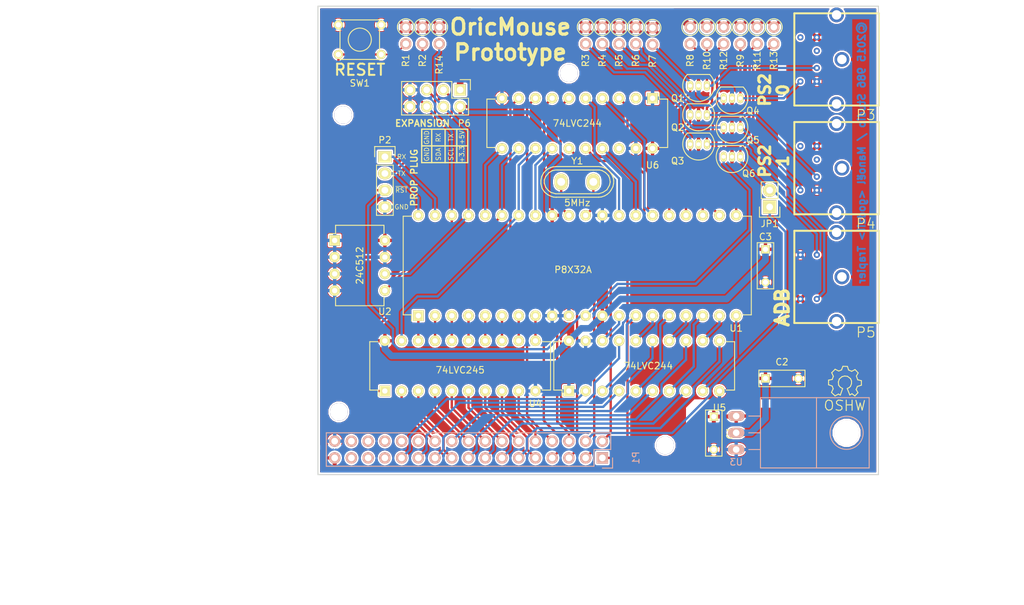
<source format=kicad_pcb>
(kicad_pcb (version 4) (host pcbnew "(2015-10-25 BZR 6279)-product")
  (layers (0 F.Cu signal) (31 B.Cu signal) (34 B.Paste user) (35 F.Paste user) (36 B.SilkS user) (37 F.SilkS user) (38 B.Mask user) (39 F.Mask user) (44 Edge.Cuts user))
  (net 0 "")
  (net 1 +5V)
  (net 2 GND)
  (net 3 +3V3)
  (net 4 "Net-(JP1-Pad1)")
  (net 5 /~RESET)
  (net 6 /~MAP)
  (net 7 /~ROMDIS)
  (net 8 /Phi2)
  (net 9 /I/O)
  (net 10 /I/O_C)
  (net 11 /R/W)
  (net 12 /~IRQ)
  (net 13 /D2)
  (net 14 /D0)
  (net 15 /A3)
  (net 16 /D1)
  (net 17 /A0)
  (net 18 /D6)
  (net 19 /A1)
  (net 20 /D3)
  (net 21 /A2)
  (net 22 /D4)
  (net 23 /D5)
  (net 24 /A4)
  (net 25 /A5)
  (net 26 /D7)
  (net 27 /A6)
  (net 28 /A15)
  (net 29 /A7)
  (net 30 /A14)
  (net 31 /A8)
  (net 32 /A13)
  (net 33 /A9)
  (net 34 /A12)
  (net 35 /A10)
  (net 36 /A11)
  (net 37 /RX)
  (net 38 /TX)
  (net 39 /~RST)
  (net 40 /SCL)
  (net 41 /SDA)
  (net 42 /PS2_0_DATA)
  (net 43 "Net-(P3-Pad1)")
  (net 44 /PS2_1_DATA)
  (net 45 "Net-(P4-Pad1)")
  (net 46 /ADB_DATA)
  (net 47 "Net-(P5-Pad1)")
  (net 48 /PS2_0_CLK)
  (net 49 "Net-(P3-Pad5)")
  (net 50 /PS2_1_CLK)
  (net 51 "Net-(P4-Pad5)")
  (net 52 /mD0)
  (net 53 /mD1)
  (net 54 /mD2)
  (net 55 /mD3)
  (net 56 /mD4)
  (net 57 /mD5)
  (net 58 /mD6)
  (net 59 /mD7)
  (net 60 /mA0)
  (net 61 /mA1)
  (net 62 /mA2)
  (net 63 /mA3)
  (net 64 /mA4)
  (net 65 /mA5)
  (net 66 /mA6)
  (net 67 /mA7)
  (net 68 /mRW)
  (net 69 /mIO)
  (net 70 /mIOc)
  (net 71 "Net-(U1-Pad30)")
  (net 72 "Net-(U1-Pad31)")
  (net 73 /mIRQ)
  (net 74 /mPhi2)
  (net 75 /mROMDIS)
  (net 76 /mMAP)
  (net 77 "Net-(P3-Pad2)")
  (net 78 "Net-(P3-Pad6)")
  (net 79 "Net-(P4-Pad2)")
  (net 80 "Net-(P4-Pad6)")
  (net 81 "Net-(U6-Pad2)")
  (net 82 "Net-(U6-Pad18)")
  (module MiniDIN6 (layer F.Cu) (at 167.64 109.68 270)
    (fp_text reference P4 (at 8.43 -4.445 360) (layer F.SilkS))
    (fp_text value "PS2 / 1" hide)
    (pad 1 thru_hole circle (at 1.3 3 270) (size 0.945 0.945) (drill 0.445) (layers *.Cu *.Mask) (net 45 "Net-(P4-Pad1)"))
    (pad 2 thru_hole circle (at -1.3 3 270) (size 0.945 0.945) (drill 0.445) (layers *.Cu *.Mask) (net 79 "Net-(P4-Pad2)"))
    (pad 3 thru_hole circle (at 3.35 3 270) (size 0.945 0.945) (drill 0.445) (layers *.Cu *.Mask) (net 2 GND))
    (pad 4 thru_hole circle (at -3.35 3 270) (size 0.945 0.945) (drill 0.445) (layers *.Cu *.Mask) (net 1 +5V))
    (pad 5 thru_hole circle (at 3.35 5.49 270) (size 0.945 0.945) (drill 0.445) (layers *.Cu *.Mask) (net 51 "Net-(P4-Pad5)"))
    (pad 6 thru_hole circle (at -3.35 5.49 270) (size 0.945 0.945) (drill 0.445) (layers *.Cu *.Mask) (net 80 "Net-(P4-Pad6)"))
    (pad "" thru_hole circle (at 0 -0.81 270) (size 2.245 2.245) (drill 1.445) (layers *.Cu *.Mask))
    (pad "" thru_hole circle (at 6.76 0 270) (size 2.245 2.245) (drill 1.445) (layers *.Cu *.Mask))
    (pad "" thru_hole circle (at -6.76 0 270) (size 2.245 2.245) (drill 1.445) (layers *.Cu *.Mask))
  )
  (module OricMouse:MiniDIN4 (layer F.Cu) (at 167.64 126.19 270)
    (fp_text reference P5 (at 8.43 -4.445 360) (layer F.SilkS))
    (fp_text value ADB hide)
    (pad 1 thru_hole circle (at 3.35 3 270) (size 0.945 0.945) (drill 0.445) (layers *.Cu *.Mask) (net 47 "Net-(P5-Pad1)"))
    (pad 2 thru_hole circle (at -3.35 3 270) (size 0.945 0.945) (drill 0.445) (layers *.Cu *.Mask) (net 5 /~RESET))
    (pad 3 thru_hole circle (at 3.35 5.49 270) (size 0.945 0.945) (drill 0.445) (layers *.Cu *.Mask) (net 1 +5V))
    (pad 4 thru_hole circle (at -3.35 5.49 270) (size 0.945 0.945) (drill 0.445) (layers *.Cu *.Mask) (net 2 GND))
    (pad "" thru_hole circle (at 0 -0.81 270) (size 2.245 2.245) (drill 1.445) (layers *.Cu *.Mask))
    (pad "" thru_hole circle (at 6.76 0 270) (size 2.245 2.245) (drill 1.445) (layers *.Cu *.Mask))
    (pad "" thru_hole circle (at -6.76 0 270) (size 2.245 2.245) (drill 1.445) (layers *.Cu *.Mask))
  )
  (module OricMouse:SW_PUSH_SMALL (layer F.Cu) (at 95.25 90.17)
    (fp_text reference SW1 (at 0 6.604) (layer F.SilkS))
    (fp_text value RESET (at 0 4.572) (layer F.SilkS) (effects (font (size 1.7 1.7) (thickness 0.3))))
    (pad 1 thru_hole circle (at 3.25 -2.25) (size 1.397 1.397) (drill 0.8128) (layers *.Cu *.Mask F.SilkS) (net 2 GND))
    (pad 2 thru_hole circle (at 3.25 2.25) (size 1.397 1.397) (drill 0.8128) (layers *.Cu *.Mask F.SilkS) (net 39 /~RST))
    (pad 1 thru_hole circle (at -3.25 -2.25) (size 1.397 1.397) (drill 0.8128) (layers *.Cu *.Mask F.SilkS) (net 2 GND))
    (pad 2 thru_hole circle (at -3.25 2.25) (size 1.397 1.397) (drill 0.8128) (layers *.Cu *.Mask F.SilkS) (net 39 /~RST))
  )
  (module Crystals:Crystal_HC50-U_Vertical (layer F.Cu) (at 128.27 111.76)
    (fp_text reference Y1 (at 0 -3.175) (layer F.SilkS))
    (fp_text value 5MHz (at 0 3.175) (layer F.SilkS))
    (pad 1 thru_hole oval (at -2.44094 0) (size 1.99898 2.49936) (drill 1.19888) (layers *.Cu *.Mask F.SilkS) (net 72 "Net-(U1-Pad31)"))
    (pad 2 thru_hole oval (at 2.44094 0) (size 1.99898 2.49936) (drill 1.19888) (layers *.Cu *.Mask F.SilkS) (net 71 "Net-(U1-Pad30)"))
  )
  (module Transistors_TO-220:TO-220_Neutral123_Horizontal (layer B.Cu) (at 152.4 149.86 90)
    (fp_text reference U3 (at -4.445 0 180) (layer B.SilkS) (effects (justify mirror)))
    (fp_text value LD1117)
    (pad 2 thru_hole oval (at 0 0) (size 2.49936 1.50114) (drill 1.00076) (layers *.Cu *.Mask B.SilkS) (net 3 +3V3))
    (pad 1 thru_hole oval (at -2.54 0) (size 2.49936 1.50114) (drill 1.00076) (layers *.Cu *.Mask B.SilkS) (net 2 GND))
    (pad 3 thru_hole oval (at 2.54 0) (size 2.49936 1.50114) (drill 1.00076) (layers *.Cu *.Mask B.SilkS) (net 1 +5V))
    (pad "" np_thru_hole circle (at 0 16.764) (size 3.79984 3.79984) (drill 3.79984) (layers *.Cu *.Mask B.SilkS))
  )
  (module Capacitors_ThroughHole:C_Rect_L7_W2.5_P5 (layer F.Cu) (at 149 147.4 270)
    (fp_text reference C1 (at 2.5 -2.5 270) (layer F.SilkS))
    (fp_text value 0.1uF)
    (pad 1 thru_hole rect (at 0 0 270) (size 1.3 1.3) (drill 0.8) (layers *.Cu *.Mask F.SilkS) (net 1 +5V))
    (pad 2 thru_hole circle (at 5 0 270) (size 1.3 1.3) (drill 0.8) (layers *.Cu *.Mask F.SilkS) (net 2 GND))
  )
  (module Capacitors_ThroughHole:C_Rect_L7_W2.5_P5 (layer F.Cu) (at 156.845 141.605)
    (fp_text reference C2 (at 2.5 -2.5) (layer F.SilkS))
    (fp_text value 0.1uF)
    (pad 1 thru_hole rect (at 0 0) (size 1.3 1.3) (drill 0.8) (layers *.Cu *.Mask F.SilkS) (net 3 +3V3))
    (pad 2 thru_hole circle (at 5 0) (size 1.3 1.3) (drill 0.8) (layers *.Cu *.Mask F.SilkS) (net 2 GND))
  )
  (module Capacitors_ThroughHole:C_Rect_L7_W2.5_P5 (layer F.Cu) (at 156.845 122 270)
    (fp_text reference C3 (at -1.905 0 360) (layer F.SilkS))
    (fp_text value 1uF)
    (pad 1 thru_hole rect (at 0 0 270) (size 1.3 1.3) (drill 0.8) (layers *.Cu *.Mask F.SilkS) (net 3 +3V3))
    (pad 2 thru_hole circle (at 5 0 270) (size 1.3 1.3) (drill 0.8) (layers *.Cu *.Mask F.SilkS) (net 2 GND))
  )
  (module Pin_Headers:Pin_Header_Straight_1x02 (layer F.Cu) (at 157.48 115.57 180)
    (fp_text reference JP1 (at 0 -2.54 180) (layer F.SilkS))
    (fp_text value JUMPER)
    (pad 1 thru_hole rect (at 0 0 180) (size 2.032 2.032) (drill 1.016) (layers *.Cu *.Mask F.SilkS) (net 4 "Net-(JP1-Pad1)"))
    (pad 2 thru_hole oval (at 0 2.54 180) (size 2.032 2.032) (drill 1.016) (layers *.Cu *.Mask F.SilkS) (net 5 /~RESET))
  )
  (module Pin_Headers:Pin_Header_Straight_2x17 (layer B.Cu) (at 132.08 153.67 90)
    (fp_text reference P1 (at 0 5.1 90) (layer B.SilkS) (effects (justify mirror)))
    (fp_text value CONN_02X17)
    (pad 1 thru_hole rect (at 0 0 90) (size 1.7272 1.7272) (drill 1.016) (layers *.Cu *.Mask B.SilkS) (net 6 /~MAP))
    (pad 2 thru_hole oval (at 2.54 0 90) (size 1.7272 1.7272) (drill 1.016) (layers *.Cu *.Mask B.SilkS) (net 7 /~ROMDIS))
    (pad 3 thru_hole oval (at 0 -2.54 90) (size 1.7272 1.7272) (drill 1.016) (layers *.Cu *.Mask B.SilkS) (net 8 /Phi2))
    (pad 4 thru_hole oval (at 2.54 -2.54 90) (size 1.7272 1.7272) (drill 1.016) (layers *.Cu *.Mask B.SilkS) (net 4 "Net-(JP1-Pad1)"))
    (pad 5 thru_hole oval (at 0 -5.08 90) (size 1.7272 1.7272) (drill 1.016) (layers *.Cu *.Mask B.SilkS) (net 9 /I/O))
    (pad 6 thru_hole oval (at 2.54 -5.08 90) (size 1.7272 1.7272) (drill 1.016) (layers *.Cu *.Mask B.SilkS) (net 10 /I/O_C))
    (pad 7 thru_hole oval (at 0 -7.62 90) (size 1.7272 1.7272) (drill 1.016) (layers *.Cu *.Mask B.SilkS) (net 11 /R/W))
    (pad 8 thru_hole oval (at 2.54 -7.62 90) (size 1.7272 1.7272) (drill 1.016) (layers *.Cu *.Mask B.SilkS) (net 12 /~IRQ))
    (pad 9 thru_hole oval (at 0 -10.16 90) (size 1.7272 1.7272) (drill 1.016) (layers *.Cu *.Mask B.SilkS) (net 13 /D2))
    (pad 10 thru_hole oval (at 2.54 -10.16 90) (size 1.7272 1.7272) (drill 1.016) (layers *.Cu *.Mask B.SilkS) (net 14 /D0))
    (pad 11 thru_hole oval (at 0 -12.7 90) (size 1.7272 1.7272) (drill 1.016) (layers *.Cu *.Mask B.SilkS) (net 15 /A3))
    (pad 12 thru_hole oval (at 2.54 -12.7 90) (size 1.7272 1.7272) (drill 1.016) (layers *.Cu *.Mask B.SilkS) (net 16 /D1))
    (pad 13 thru_hole oval (at 0 -15.24 90) (size 1.7272 1.7272) (drill 1.016) (layers *.Cu *.Mask B.SilkS) (net 17 /A0))
    (pad 14 thru_hole oval (at 2.54 -15.24 90) (size 1.7272 1.7272) (drill 1.016) (layers *.Cu *.Mask B.SilkS) (net 18 /D6))
    (pad 15 thru_hole oval (at 0 -17.78 90) (size 1.7272 1.7272) (drill 1.016) (layers *.Cu *.Mask B.SilkS) (net 19 /A1))
    (pad 16 thru_hole oval (at 2.54 -17.78 90) (size 1.7272 1.7272) (drill 1.016) (layers *.Cu *.Mask B.SilkS) (net 20 /D3))
    (pad 17 thru_hole oval (at 0 -20.32 90) (size 1.7272 1.7272) (drill 1.016) (layers *.Cu *.Mask B.SilkS) (net 21 /A2))
    (pad 18 thru_hole oval (at 2.54 -20.32 90) (size 1.7272 1.7272) (drill 1.016) (layers *.Cu *.Mask B.SilkS) (net 22 /D4))
    (pad 19 thru_hole oval (at 0 -22.86 90) (size 1.7272 1.7272) (drill 1.016) (layers *.Cu *.Mask B.SilkS) (net 23 /D5))
    (pad 20 thru_hole oval (at 2.54 -22.86 90) (size 1.7272 1.7272) (drill 1.016) (layers *.Cu *.Mask B.SilkS) (net 24 /A4))
    (pad 21 thru_hole oval (at 0 -25.4 90) (size 1.7272 1.7272) (drill 1.016) (layers *.Cu *.Mask B.SilkS) (net 25 /A5))
    (pad 22 thru_hole oval (at 2.54 -25.4 90) (size 1.7272 1.7272) (drill 1.016) (layers *.Cu *.Mask B.SilkS) (net 26 /D7))
    (pad 23 thru_hole oval (at 0 -27.94 90) (size 1.7272 1.7272) (drill 1.016) (layers *.Cu *.Mask B.SilkS) (net 27 /A6))
    (pad 24 thru_hole oval (at 2.54 -27.94 90) (size 1.7272 1.7272) (drill 1.016) (layers *.Cu *.Mask B.SilkS) (net 28 /A15))
    (pad 25 thru_hole oval (at 0 -30.48 90) (size 1.7272 1.7272) (drill 1.016) (layers *.Cu *.Mask B.SilkS) (net 29 /A7))
    (pad 26 thru_hole oval (at 2.54 -30.48 90) (size 1.7272 1.7272) (drill 1.016) (layers *.Cu *.Mask B.SilkS) (net 30 /A14))
    (pad 27 thru_hole oval (at 0 -33.02 90) (size 1.7272 1.7272) (drill 1.016) (layers *.Cu *.Mask B.SilkS) (net 31 /A8))
    (pad 28 thru_hole oval (at 2.54 -33.02 90) (size 1.7272 1.7272) (drill 1.016) (layers *.Cu *.Mask B.SilkS) (net 32 /A13))
    (pad 29 thru_hole oval (at 0 -35.56 90) (size 1.7272 1.7272) (drill 1.016) (layers *.Cu *.Mask B.SilkS) (net 33 /A9))
    (pad 30 thru_hole oval (at 2.54 -35.56 90) (size 1.7272 1.7272) (drill 1.016) (layers *.Cu *.Mask B.SilkS) (net 34 /A12))
    (pad 31 thru_hole oval (at 0 -38.1 90) (size 1.7272 1.7272) (drill 1.016) (layers *.Cu *.Mask B.SilkS) (net 35 /A10))
    (pad 32 thru_hole oval (at 2.54 -38.1 90) (size 1.7272 1.7272) (drill 1.016) (layers *.Cu *.Mask B.SilkS) (net 36 /A11))
    (pad 33 thru_hole oval (at 0 -40.64 90) (size 1.7272 1.7272) (drill 1.016) (layers *.Cu *.Mask B.SilkS) (net 1 +5V))
    (pad 34 thru_hole oval (at 2.54 -40.64 90) (size 1.7272 1.7272) (drill 1.016) (layers *.Cu *.Mask B.SilkS) (net 2 GND))
  )
  (module Pin_Headers:Pin_Header_Straight_2x04 (layer F.Cu) (at 110.49 97.79 270)
    (fp_text reference P6 (at 5.08 -0.635 360) (layer F.SilkS))
    (fp_text value EXPANSION (at 5.08 5.715 360) (layer F.SilkS) (effects (font (thickness 0.2))))
    (pad 1 thru_hole rect (at 0 0 270) (size 1.7272 1.7272) (drill 1.016) (layers *.Cu *.Mask F.SilkS) (net 1 +5V))
    (pad 2 thru_hole oval (at 2.54 0 270) (size 1.7272 1.7272) (drill 1.016) (layers *.Cu *.Mask F.SilkS) (net 3 +3V3))
    (pad 3 thru_hole oval (at 0 2.54 270) (size 1.7272 1.7272) (drill 1.016) (layers *.Cu *.Mask F.SilkS) (net 38 /TX))
    (pad 4 thru_hole oval (at 2.54 2.54 270) (size 1.7272 1.7272) (drill 1.016) (layers *.Cu *.Mask F.SilkS) (net 40 /SCL))
    (pad 5 thru_hole oval (at 0 5.08 270) (size 1.7272 1.7272) (drill 1.016) (layers *.Cu *.Mask F.SilkS) (net 37 /RX))
    (pad 6 thru_hole oval (at 2.54 5.08 270) (size 1.7272 1.7272) (drill 1.016) (layers *.Cu *.Mask F.SilkS) (net 41 /SDA))
    (pad 7 thru_hole oval (at 0 7.62 270) (size 1.7272 1.7272) (drill 1.016) (layers *.Cu *.Mask F.SilkS) (net 2 GND))
    (pad 8 thru_hole oval (at 2.54 7.62 270) (size 1.7272 1.7272) (drill 1.016) (layers *.Cu *.Mask F.SilkS) (net 2 GND))
  )
  (module Housings_TO-92:TO-92_Inline_Narrow_Oval (layer F.Cu) (at 147.955 97.155 180)
    (fp_text reference Q1 (at 4.445 -1.905 180) (layer F.SilkS))
    (fp_text value BS170)
    (pad 2 thru_hole oval (at 1.27 0) (size 0.89916 1.50114) (drill 0.6) (layers *.Cu *.Mask F.SilkS) (net 3 +3V3))
    (pad 3 thru_hole oval (at 2.54 0) (size 0.89916 1.50114) (drill 0.6) (layers *.Cu *.Mask F.SilkS) (net 42 /PS2_0_DATA))
    (pad 1 thru_hole oval (at 0 0) (size 0.89916 1.50114) (drill 0.6) (layers *.Cu *.Mask F.SilkS) (net 43 "Net-(P3-Pad1)"))
  )
  (module Housings_TO-92:TO-92_Inline_Narrow_Oval (layer F.Cu) (at 147.955 101.6 180)
    (fp_text reference Q2 (at 4.445 -1.905 180) (layer F.SilkS))
    (fp_text value BS170)
    (pad 2 thru_hole oval (at 1.27 0) (size 0.89916 1.50114) (drill 0.6) (layers *.Cu *.Mask F.SilkS) (net 3 +3V3))
    (pad 3 thru_hole oval (at 2.54 0) (size 0.89916 1.50114) (drill 0.6) (layers *.Cu *.Mask F.SilkS) (net 44 /PS2_1_DATA))
    (pad 1 thru_hole oval (at 0 0) (size 0.89916 1.50114) (drill 0.6) (layers *.Cu *.Mask F.SilkS) (net 45 "Net-(P4-Pad1)"))
  )
  (module Housings_TO-92:TO-92_Inline_Narrow_Oval (layer F.Cu) (at 147.955 106.045 180)
    (fp_text reference Q3 (at 4.445 -2.54 180) (layer F.SilkS))
    (fp_text value BS170)
    (pad 2 thru_hole oval (at 1.27 0) (size 0.89916 1.50114) (drill 0.6) (layers *.Cu *.Mask F.SilkS) (net 3 +3V3))
    (pad 3 thru_hole oval (at 2.54 0) (size 0.89916 1.50114) (drill 0.6) (layers *.Cu *.Mask F.SilkS) (net 46 /ADB_DATA))
    (pad 1 thru_hole oval (at 0 0) (size 0.89916 1.50114) (drill 0.6) (layers *.Cu *.Mask F.SilkS) (net 47 "Net-(P5-Pad1)"))
  )
  (module Housings_TO-92:TO-92_Inline_Narrow_Oval (layer F.Cu) (at 153.035 99.06 180)
    (fp_text reference Q4 (at -1.905 -1.905 180) (layer F.SilkS))
    (fp_text value BS170)
    (pad 2 thru_hole oval (at 1.27 0) (size 0.89916 1.50114) (drill 0.6) (layers *.Cu *.Mask F.SilkS) (net 3 +3V3))
    (pad 3 thru_hole oval (at 2.54 0) (size 0.89916 1.50114) (drill 0.6) (layers *.Cu *.Mask F.SilkS) (net 48 /PS2_0_CLK))
    (pad 1 thru_hole oval (at 0 0) (size 0.89916 1.50114) (drill 0.6) (layers *.Cu *.Mask F.SilkS) (net 49 "Net-(P3-Pad5)"))
  )
  (module Housings_TO-92:TO-92_Inline_Narrow_Oval (layer F.Cu) (at 153.035 103.505 180)
    (fp_text reference Q5 (at -1.905 -1.905 180) (layer F.SilkS))
    (fp_text value BS170)
    (pad 2 thru_hole oval (at 1.27 0) (size 0.89916 1.50114) (drill 0.6) (layers *.Cu *.Mask F.SilkS) (net 3 +3V3))
    (pad 3 thru_hole oval (at 2.54 0) (size 0.89916 1.50114) (drill 0.6) (layers *.Cu *.Mask F.SilkS) (net 50 /PS2_1_CLK))
    (pad 1 thru_hole oval (at 0 0) (size 0.89916 1.50114) (drill 0.6) (layers *.Cu *.Mask F.SilkS) (net 51 "Net-(P4-Pad5)"))
  )
  (module Housings_TO-92:TO-92_Inline_Narrow_Oval (layer F.Cu) (at 153.035 107.95 180)
    (fp_text reference Q6 (at -1.27 -2.54 180) (layer F.SilkS))
    (fp_text value BS170)
    (pad 2 thru_hole oval (at 1.27 0) (size 0.89916 1.50114) (drill 0.6) (layers *.Cu *.Mask F.SilkS) (net 3 +3V3))
    (pad 3 thru_hole oval (at 2.54 0) (size 0.89916 1.50114) (drill 0.6) (layers *.Cu *.Mask F.SilkS) (net 39 /~RST))
    (pad 1 thru_hole oval (at 0 0) (size 0.89916 1.50114) (drill 0.6) (layers *.Cu *.Mask F.SilkS) (net 5 /~RESET))
  )
  (module Housings_DIP:DIP-40_W15.24mm (layer F.Cu) (at 104.14 132.08 90)
    (fp_text reference U1 (at -1.905 48.26 180) (layer F.SilkS))
    (fp_text value P8X32A (at 6.985 23.495 180) (layer F.SilkS))
    (pad 1 thru_hole rect (at 0 0 90) (size 1.6 1.6) (drill 0.8) (layers *.Cu *.Mask F.SilkS) (net 59 /mD7))
    (pad 2 thru_hole oval (at 0 2.54 90) (size 1.6 1.6) (drill 0.8) (layers *.Cu *.Mask F.SilkS) (net 57 /mD5))
    (pad 3 thru_hole oval (at 0 5.08 90) (size 1.6 1.6) (drill 0.8) (layers *.Cu *.Mask F.SilkS) (net 56 /mD4))
    (pad 4 thru_hole oval (at 0 7.62 90) (size 1.6 1.6) (drill 0.8) (layers *.Cu *.Mask F.SilkS) (net 55 /mD3))
    (pad 5 thru_hole oval (at 0 10.16 90) (size 1.6 1.6) (drill 0.8) (layers *.Cu *.Mask F.SilkS) (net 58 /mD6))
    (pad 6 thru_hole oval (at 0 12.7 90) (size 1.6 1.6) (drill 0.8) (layers *.Cu *.Mask F.SilkS) (net 53 /mD1))
    (pad 7 thru_hole oval (at 0 15.24 90) (size 1.6 1.6) (drill 0.8) (layers *.Cu *.Mask F.SilkS) (net 54 /mD2))
    (pad 8 thru_hole oval (at 0 17.78 90) (size 1.6 1.6) (drill 0.8) (layers *.Cu *.Mask F.SilkS) (net 52 /mD0))
    (pad 9 thru_hole oval (at 0 20.32 90) (size 1.6 1.6) (drill 0.8) (layers *.Cu *.Mask F.SilkS) (net 2 GND))
    (pad 10 thru_hole oval (at 0 22.86 90) (size 1.6 1.6) (drill 0.8) (layers *.Cu *.Mask F.SilkS) (net 2 GND))
    (pad 11 thru_hole oval (at 0 25.4 90) (size 1.6 1.6) (drill 0.8) (layers *.Cu *.Mask F.SilkS) (net 39 /~RST))
    (pad 12 thru_hole oval (at 0 27.94 90) (size 1.6 1.6) (drill 0.8) (layers *.Cu *.Mask F.SilkS) (net 3 +3V3))
    (pad 13 thru_hole oval (at 0 30.48 90) (size 1.6 1.6) (drill 0.8) (layers *.Cu *.Mask F.SilkS) (net 67 /mA7))
    (pad 14 thru_hole oval (at 0 33.02 90) (size 1.6 1.6) (drill 0.8) (layers *.Cu *.Mask F.SilkS) (net 66 /mA6))
    (pad 15 thru_hole oval (at 0 35.56 90) (size 1.6 1.6) (drill 0.8) (layers *.Cu *.Mask F.SilkS) (net 65 /mA5))
    (pad 16 thru_hole oval (at 0 38.1 90) (size 1.6 1.6) (drill 0.8) (layers *.Cu *.Mask F.SilkS) (net 64 /mA4))
    (pad 17 thru_hole oval (at 0 40.64 90) (size 1.6 1.6) (drill 0.8) (layers *.Cu *.Mask F.SilkS) (net 62 /mA2))
    (pad 18 thru_hole oval (at 0 43.18 90) (size 1.6 1.6) (drill 0.8) (layers *.Cu *.Mask F.SilkS) (net 61 /mA1))
    (pad 19 thru_hole oval (at 0 45.72 90) (size 1.6 1.6) (drill 0.8) (layers *.Cu *.Mask F.SilkS) (net 60 /mA0))
    (pad 20 thru_hole oval (at 0 48.26 90) (size 1.6 1.6) (drill 0.8) (layers *.Cu *.Mask F.SilkS) (net 63 /mA3))
    (pad 21 thru_hole oval (at 15.24 48.26 90) (size 1.6 1.6) (drill 0.8) (layers *.Cu *.Mask F.SilkS) (net 50 /PS2_1_CLK))
    (pad 22 thru_hole oval (at 15.24 45.72 90) (size 1.6 1.6) (drill 0.8) (layers *.Cu *.Mask F.SilkS) (net 48 /PS2_0_CLK))
    (pad 23 thru_hole oval (at 15.24 43.18 90) (size 1.6 1.6) (drill 0.8) (layers *.Cu *.Mask F.SilkS) (net 46 /ADB_DATA))
    (pad 24 thru_hole oval (at 15.24 40.64 90) (size 1.6 1.6) (drill 0.8) (layers *.Cu *.Mask F.SilkS) (net 44 /PS2_1_DATA))
    (pad 25 thru_hole oval (at 15.24 38.1 90) (size 1.6 1.6) (drill 0.8) (layers *.Cu *.Mask F.SilkS) (net 42 /PS2_0_DATA))
    (pad 26 thru_hole oval (at 15.24 35.56 90) (size 1.6 1.6) (drill 0.8) (layers *.Cu *.Mask F.SilkS) (net 75 /mROMDIS))
    (pad 27 thru_hole oval (at 15.24 33.02 90) (size 1.6 1.6) (drill 0.8) (layers *.Cu *.Mask F.SilkS) (net 76 /mMAP))
    (pad 28 thru_hole oval (at 15.24 30.48 90) (size 1.6 1.6) (drill 0.8) (layers *.Cu *.Mask F.SilkS) (net 74 /mPhi2))
    (pad 29 thru_hole oval (at 15.24 27.94 90) (size 1.6 1.6) (drill 0.8) (layers *.Cu *.Mask F.SilkS) (net 2 GND))
    (pad 30 thru_hole oval (at 15.24 25.4 90) (size 1.6 1.6) (drill 0.8) (layers *.Cu *.Mask F.SilkS) (net 71 "Net-(U1-Pad30)"))
    (pad 31 thru_hole oval (at 15.24 22.86 90) (size 1.6 1.6) (drill 0.8) (layers *.Cu *.Mask F.SilkS) (net 72 "Net-(U1-Pad31)"))
    (pad 32 thru_hole oval (at 15.24 20.32 90) (size 1.6 1.6) (drill 0.8) (layers *.Cu *.Mask F.SilkS) (net 3 +3V3))
    (pad 33 thru_hole oval (at 15.24 17.78 90) (size 1.6 1.6) (drill 0.8) (layers *.Cu *.Mask F.SilkS) (net 69 /mIO))
    (pad 34 thru_hole oval (at 15.24 15.24 90) (size 1.6 1.6) (drill 0.8) (layers *.Cu *.Mask F.SilkS) (net 70 /mIOc))
    (pad 35 thru_hole oval (at 15.24 12.7 90) (size 1.6 1.6) (drill 0.8) (layers *.Cu *.Mask F.SilkS) (net 68 /mRW))
    (pad 36 thru_hole oval (at 15.24 10.16 90) (size 1.6 1.6) (drill 0.8) (layers *.Cu *.Mask F.SilkS) (net 73 /mIRQ))
    (pad 37 thru_hole oval (at 15.24 7.62 90) (size 1.6 1.6) (drill 0.8) (layers *.Cu *.Mask F.SilkS) (net 40 /SCL))
    (pad 38 thru_hole oval (at 15.24 5.08 90) (size 1.6 1.6) (drill 0.8) (layers *.Cu *.Mask F.SilkS) (net 41 /SDA))
    (pad 39 thru_hole oval (at 15.24 2.54 90) (size 1.6 1.6) (drill 0.8) (layers *.Cu *.Mask F.SilkS) (net 37 /RX))
    (pad 40 thru_hole oval (at 15.24 0 90) (size 1.6 1.6) (drill 0.8) (layers *.Cu *.Mask F.SilkS) (net 38 /TX))
  )
  (module Housings_DIP:DIP-8_W7.62mm (layer F.Cu) (at 91.44 120.65)
    (fp_text reference U2 (at 7.62 10.795) (layer F.SilkS))
    (fp_text value 24C512 (at 3.81 3.81 90) (layer F.SilkS))
    (pad 1 thru_hole rect (at 0 0) (size 1.6 1.6) (drill 0.8) (layers *.Cu *.Mask F.SilkS) (net 2 GND))
    (pad 2 thru_hole oval (at 0 2.54) (size 1.6 1.6) (drill 0.8) (layers *.Cu *.Mask F.SilkS) (net 2 GND))
    (pad 3 thru_hole oval (at 0 5.08) (size 1.6 1.6) (drill 0.8) (layers *.Cu *.Mask F.SilkS) (net 2 GND))
    (pad 4 thru_hole oval (at 0 7.62) (size 1.6 1.6) (drill 0.8) (layers *.Cu *.Mask F.SilkS) (net 2 GND))
    (pad 5 thru_hole oval (at 7.62 7.62) (size 1.6 1.6) (drill 0.8) (layers *.Cu *.Mask F.SilkS) (net 41 /SDA))
    (pad 6 thru_hole oval (at 7.62 5.08) (size 1.6 1.6) (drill 0.8) (layers *.Cu *.Mask F.SilkS) (net 40 /SCL))
    (pad 7 thru_hole oval (at 7.62 2.54) (size 1.6 1.6) (drill 0.8) (layers *.Cu *.Mask F.SilkS) (net 2 GND))
    (pad 8 thru_hole oval (at 7.62 0) (size 1.6 1.6) (drill 0.8) (layers *.Cu *.Mask F.SilkS) (net 3 +3V3))
  )
  (module Housings_DIP:DIP-20_W7.62mm (layer F.Cu) (at 99.06 143.51 90)
    (fp_text reference U4 (at -1.905 22.86 180) (layer F.SilkS))
    (fp_text value 74LVC245 (at 3.175 11.43 180) (layer F.SilkS))
    (pad 1 thru_hole rect (at 0 0 90) (size 1.6 1.6) (drill 0.8) (layers *.Cu *.Mask F.SilkS) (net 68 /mRW))
    (pad 2 thru_hole oval (at 0 2.54 90) (size 1.6 1.6) (drill 0.8) (layers *.Cu *.Mask F.SilkS) (net 26 /D7))
    (pad 3 thru_hole oval (at 0 5.08 90) (size 1.6 1.6) (drill 0.8) (layers *.Cu *.Mask F.SilkS) (net 23 /D5))
    (pad 4 thru_hole oval (at 0 7.62 90) (size 1.6 1.6) (drill 0.8) (layers *.Cu *.Mask F.SilkS) (net 22 /D4))
    (pad 5 thru_hole oval (at 0 10.16 90) (size 1.6 1.6) (drill 0.8) (layers *.Cu *.Mask F.SilkS) (net 20 /D3))
    (pad 6 thru_hole oval (at 0 12.7 90) (size 1.6 1.6) (drill 0.8) (layers *.Cu *.Mask F.SilkS) (net 18 /D6))
    (pad 7 thru_hole oval (at 0 15.24 90) (size 1.6 1.6) (drill 0.8) (layers *.Cu *.Mask F.SilkS) (net 16 /D1))
    (pad 8 thru_hole oval (at 0 17.78 90) (size 1.6 1.6) (drill 0.8) (layers *.Cu *.Mask F.SilkS) (net 13 /D2))
    (pad 9 thru_hole oval (at 0 20.32 90) (size 1.6 1.6) (drill 0.8) (layers *.Cu *.Mask F.SilkS) (net 14 /D0))
    (pad 10 thru_hole oval (at 0 22.86 90) (size 1.6 1.6) (drill 0.8) (layers *.Cu *.Mask F.SilkS) (net 2 GND))
    (pad 11 thru_hole oval (at 7.62 22.86 90) (size 1.6 1.6) (drill 0.8) (layers *.Cu *.Mask F.SilkS) (net 52 /mD0))
    (pad 12 thru_hole oval (at 7.62 20.32 90) (size 1.6 1.6) (drill 0.8) (layers *.Cu *.Mask F.SilkS) (net 54 /mD2))
    (pad 13 thru_hole oval (at 7.62 17.78 90) (size 1.6 1.6) (drill 0.8) (layers *.Cu *.Mask F.SilkS) (net 53 /mD1))
    (pad 14 thru_hole oval (at 7.62 15.24 90) (size 1.6 1.6) (drill 0.8) (layers *.Cu *.Mask F.SilkS) (net 58 /mD6))
    (pad 15 thru_hole oval (at 7.62 12.7 90) (size 1.6 1.6) (drill 0.8) (layers *.Cu *.Mask F.SilkS) (net 55 /mD3))
    (pad 16 thru_hole oval (at 7.62 10.16 90) (size 1.6 1.6) (drill 0.8) (layers *.Cu *.Mask F.SilkS) (net 56 /mD4))
    (pad 17 thru_hole oval (at 7.62 7.62 90) (size 1.6 1.6) (drill 0.8) (layers *.Cu *.Mask F.SilkS) (net 57 /mD5))
    (pad 18 thru_hole oval (at 7.62 5.08 90) (size 1.6 1.6) (drill 0.8) (layers *.Cu *.Mask F.SilkS) (net 59 /mD7))
    (pad 19 thru_hole oval (at 7.62 2.54 90) (size 1.6 1.6) (drill 0.8) (layers *.Cu *.Mask F.SilkS) (net 70 /mIOc))
    (pad 20 thru_hole oval (at 7.62 0 90) (size 1.6 1.6) (drill 0.8) (layers *.Cu *.Mask F.SilkS) (net 3 +3V3))
  )
  (module Housings_DIP:DIP-20_W7.62mm (layer F.Cu) (at 127 143.51 90)
    (fp_text reference U5 (at -2.54 22.86 180) (layer F.SilkS))
    (fp_text value 74LVC244 (at 3.81 12.065 180) (layer F.SilkS))
    (pad 1 thru_hole rect (at 0 0 90) (size 1.6 1.6) (drill 0.8) (layers *.Cu *.Mask F.SilkS) (net 2 GND))
    (pad 2 thru_hole oval (at 0 2.54 90) (size 1.6 1.6) (drill 0.8) (layers *.Cu *.Mask F.SilkS) (net 29 /A7))
    (pad 3 thru_hole oval (at 0 5.08 90) (size 1.6 1.6) (drill 0.8) (layers *.Cu *.Mask F.SilkS) (net 66 /mA6))
    (pad 4 thru_hole oval (at 0 7.62 90) (size 1.6 1.6) (drill 0.8) (layers *.Cu *.Mask F.SilkS) (net 25 /A5))
    (pad 5 thru_hole oval (at 0 10.16 90) (size 1.6 1.6) (drill 0.8) (layers *.Cu *.Mask F.SilkS) (net 64 /mA4))
    (pad 6 thru_hole oval (at 0 12.7 90) (size 1.6 1.6) (drill 0.8) (layers *.Cu *.Mask F.SilkS) (net 21 /A2))
    (pad 7 thru_hole oval (at 0 15.24 90) (size 1.6 1.6) (drill 0.8) (layers *.Cu *.Mask F.SilkS) (net 61 /mA1))
    (pad 8 thru_hole oval (at 0 17.78 90) (size 1.6 1.6) (drill 0.8) (layers *.Cu *.Mask F.SilkS) (net 17 /A0))
    (pad 9 thru_hole oval (at 0 20.32 90) (size 1.6 1.6) (drill 0.8) (layers *.Cu *.Mask F.SilkS) (net 63 /mA3))
    (pad 10 thru_hole oval (at 0 22.86 90) (size 1.6 1.6) (drill 0.8) (layers *.Cu *.Mask F.SilkS) (net 2 GND))
    (pad 11 thru_hole oval (at 7.62 22.86 90) (size 1.6 1.6) (drill 0.8) (layers *.Cu *.Mask F.SilkS) (net 15 /A3))
    (pad 12 thru_hole oval (at 7.62 20.32 90) (size 1.6 1.6) (drill 0.8) (layers *.Cu *.Mask F.SilkS) (net 60 /mA0))
    (pad 13 thru_hole oval (at 7.62 17.78 90) (size 1.6 1.6) (drill 0.8) (layers *.Cu *.Mask F.SilkS) (net 19 /A1))
    (pad 14 thru_hole oval (at 7.62 15.24 90) (size 1.6 1.6) (drill 0.8) (layers *.Cu *.Mask F.SilkS) (net 62 /mA2))
    (pad 15 thru_hole oval (at 7.62 12.7 90) (size 1.6 1.6) (drill 0.8) (layers *.Cu *.Mask F.SilkS) (net 24 /A4))
    (pad 16 thru_hole oval (at 7.62 10.16 90) (size 1.6 1.6) (drill 0.8) (layers *.Cu *.Mask F.SilkS) (net 65 /mA5))
    (pad 17 thru_hole oval (at 7.62 7.62 90) (size 1.6 1.6) (drill 0.8) (layers *.Cu *.Mask F.SilkS) (net 27 /A6))
    (pad 18 thru_hole oval (at 7.62 5.08 90) (size 1.6 1.6) (drill 0.8) (layers *.Cu *.Mask F.SilkS) (net 67 /mA7))
    (pad 19 thru_hole oval (at 7.62 2.54 90) (size 1.6 1.6) (drill 0.8) (layers *.Cu *.Mask F.SilkS) (net 2 GND))
    (pad 20 thru_hole oval (at 7.62 0 90) (size 1.6 1.6) (drill 0.8) (layers *.Cu *.Mask F.SilkS) (net 3 +3V3))
  )
  (module Housings_DIP:DIP-20_W7.62mm (layer F.Cu) (at 139.7 99.06 270)
    (fp_text reference U6 (at 10.16 0 360) (layer F.SilkS))
    (fp_text value 74LVC244 (at 3.81 11.43 360) (layer F.SilkS))
    (pad 1 thru_hole rect (at 0 0 270) (size 1.6 1.6) (drill 0.8) (layers *.Cu *.Mask F.SilkS) (net 2 GND))
    (pad 2 thru_hole oval (at 0 2.54 270) (size 1.6 1.6) (drill 0.8) (layers *.Cu *.Mask F.SilkS) (net 81 "Net-(U6-Pad2)"))
    (pad 3 thru_hole oval (at 0 5.08 270) (size 1.6 1.6) (drill 0.8) (layers *.Cu *.Mask F.SilkS) (net 6 /~MAP))
    (pad 4 thru_hole oval (at 0 7.62 270) (size 1.6 1.6) (drill 0.8) (layers *.Cu *.Mask F.SilkS) (net 75 /mROMDIS))
    (pad 5 thru_hole oval (at 0 10.16 270) (size 1.6 1.6) (drill 0.8) (layers *.Cu *.Mask F.SilkS) (net 74 /mPhi2))
    (pad 6 thru_hole oval (at 0 12.7 270) (size 1.6 1.6) (drill 0.8) (layers *.Cu *.Mask F.SilkS) (net 9 /I/O))
    (pad 7 thru_hole oval (at 0 15.24 270) (size 1.6 1.6) (drill 0.8) (layers *.Cu *.Mask F.SilkS) (net 10 /I/O_C))
    (pad 8 thru_hole oval (at 0 17.78 270) (size 1.6 1.6) (drill 0.8) (layers *.Cu *.Mask F.SilkS) (net 11 /R/W))
    (pad 9 thru_hole oval (at 0 20.32 270) (size 1.6 1.6) (drill 0.8) (layers *.Cu *.Mask F.SilkS) (net 12 /~IRQ))
    (pad 10 thru_hole oval (at 0 22.86 270) (size 1.6 1.6) (drill 0.8) (layers *.Cu *.Mask F.SilkS) (net 2 GND))
    (pad 11 thru_hole oval (at 7.62 22.86 270) (size 1.6 1.6) (drill 0.8) (layers *.Cu *.Mask F.SilkS) (net 73 /mIRQ))
    (pad 12 thru_hole oval (at 7.62 20.32 270) (size 1.6 1.6) (drill 0.8) (layers *.Cu *.Mask F.SilkS) (net 68 /mRW))
    (pad 13 thru_hole oval (at 7.62 17.78 270) (size 1.6 1.6) (drill 0.8) (layers *.Cu *.Mask F.SilkS) (net 70 /mIOc))
    (pad 14 thru_hole oval (at 7.62 15.24 270) (size 1.6 1.6) (drill 0.8) (layers *.Cu *.Mask F.SilkS) (net 69 /mIO))
    (pad 15 thru_hole oval (at 7.62 12.7 270) (size 1.6 1.6) (drill 0.8) (layers *.Cu *.Mask F.SilkS) (net 8 /Phi2))
    (pad 16 thru_hole oval (at 7.62 10.16 270) (size 1.6 1.6) (drill 0.8) (layers *.Cu *.Mask F.SilkS) (net 7 /~ROMDIS))
    (pad 17 thru_hole oval (at 7.62 7.62 270) (size 1.6 1.6) (drill 0.8) (layers *.Cu *.Mask F.SilkS) (net 76 /mMAP))
    (pad 18 thru_hole oval (at 7.62 5.08 270) (size 1.6 1.6) (drill 0.8) (layers *.Cu *.Mask F.SilkS) (net 82 "Net-(U6-Pad18)"))
    (pad 19 thru_hole oval (at 7.62 2.54 270) (size 1.6 1.6) (drill 0.8) (layers *.Cu *.Mask F.SilkS) (net 2 GND))
    (pad 20 thru_hole oval (at 7.62 0 270) (size 1.6 1.6) (drill 0.8) (layers *.Cu *.Mask F.SilkS) (net 3 +3V3))
  )
  (module Pin_Headers:Pin_Header_Straight_1x04 (layer F.Cu) (at 99.06 107.95)
    (fp_text reference P2 (at 0 -2.54) (layer F.SilkS))
    (fp_text value "PROP PLUG" (at 4.445 3.175 90) (layer F.SilkS) (effects (font (thickness 0.2))))
    (pad 1 thru_hole rect (at 0 0) (size 2.032 1.7272) (drill 1.016) (layers *.Cu *.Mask F.SilkS) (net 37 /RX))
    (pad 2 thru_hole oval (at 0 2.54) (size 2.032 1.7272) (drill 1.016) (layers *.Cu *.Mask F.SilkS) (net 38 /TX))
    (pad 3 thru_hole oval (at 0 5.08) (size 2.032 1.7272) (drill 1.016) (layers *.Cu *.Mask F.SilkS) (net 39 /~RST))
    (pad 4 thru_hole oval (at 0 7.62) (size 2.032 1.7272) (drill 1.016) (layers *.Cu *.Mask F.SilkS) (net 2 GND))
  )
  (module Symbols:Symbol_OSHW-Logo_SilkScreen (layer F.Cu) (at 168.91 142.24)
    (fp_text reference OSHW hide)
    (fp_text value Symbol_OSHW-Logo_SilkScreen)
  )
  (module Mounting_Holes:MountingHole_2-7mm (layer F.Cu) (at 92.71 101.6)
    (fp_text reference Hole1 hide)
    (fp_text value MountingHole_2-7mm)
    (pad 1 thru_hole circle (at 0 0) (size 2.7 2.7) (drill 2.7) (layers))
  )
  (module Mounting_Holes:MountingHole_2-7mm (layer F.Cu) (at 141.605 151.765)
    (fp_text reference Hole4 hide)
    (fp_text value MountingHole_2-7mm)
    (pad 1 thru_hole circle (at 0 0) (size 2.7 2.7) (drill 2.7) (layers))
  )
  (module Mounting_Holes:MountingHole_2-7mm (layer F.Cu) (at 127 95.25)
    (fp_text reference Hole2 hide)
    (fp_text value MountingHole_2-7mm)
    (pad 1 thru_hole circle (at 0 0) (size 2.7 2.7) (drill 2.7) (layers))
  )
  (module Mounting_Holes:MountingHole_2-7mm (layer F.Cu) (at 92.075 146.685)
    (fp_text reference Hole3 hide)
    (fp_text value MountingHole_2-7mm)
    (pad 1 thru_hole circle (at 0 0) (size 2.7 2.7) (drill 2.7) (layers))
  )
  (module OricMouse:MiniDIN6 (layer F.Cu) (at 167.64 93.17 270)
    (fp_text reference P3 (at 8.43 -4.445 360) (layer F.SilkS))
    (fp_text value PS2/0 hide)
    (pad 1 thru_hole circle (at 1.3 3 270) (size 0.945 0.945) (drill 0.445) (layers *.Cu *.Mask) (net 43 "Net-(P3-Pad1)"))
    (pad 2 thru_hole circle (at -1.3 3 270) (size 0.945 0.945) (drill 0.445) (layers *.Cu *.Mask) (net 77 "Net-(P3-Pad2)"))
    (pad 3 thru_hole circle (at 3.35 3 270) (size 0.945 0.945) (drill 0.445) (layers *.Cu *.Mask) (net 2 GND))
    (pad 4 thru_hole circle (at -3.35 3 270) (size 0.945 0.945) (drill 0.445) (layers *.Cu *.Mask) (net 1 +5V))
    (pad 5 thru_hole circle (at 3.35 5.49 270) (size 0.945 0.945) (drill 0.445) (layers *.Cu *.Mask) (net 49 "Net-(P3-Pad5)"))
    (pad 6 thru_hole circle (at -3.35 5.49 270) (size 0.945 0.945) (drill 0.445) (layers *.Cu *.Mask) (net 78 "Net-(P3-Pad6)"))
    (pad "" thru_hole circle (at 0 -0.81 270) (size 2.245 2.245) (drill 1.445) (layers *.Cu *.Mask))
    (pad "" thru_hole circle (at 6.76 0 270) (size 2.245 2.245) (drill 1.445) (layers *.Cu *.Mask))
    (pad "" thru_hole circle (at -6.76 0 270) (size 2.245 2.245) (drill 1.445) (layers *.Cu *.Mask))
  )
  (module OricMouse:Resistor_Vertical_RM5mm (layer F.Cu) (at 102.235 90.805 270)
    (fp_text reference R1 (at 2.54 0 270) (layer F.SilkS))
    (fp_text value 10K)
    (pad 1 thru_hole circle (at -2.54 0 270) (size 1.7272 1.7272) (drill 1.00076) (layers *.Cu *.SilkS *.Mask) (net 3 +3V3))
    (pad 2 thru_hole circle (at 0 0 270) (size 1.7272 1.7272) (drill 1.00076) (layers *.Cu *.SilkS *.Mask) (net 39 /~RST))
  )
  (module OricMouse:Resistor_Vertical_RM5mm (layer F.Cu) (at 104.775 90.805 270)
    (fp_text reference R2 (at 2.54 0 270) (layer F.SilkS))
    (fp_text value 10K)
    (pad 1 thru_hole circle (at -2.54 0 270) (size 1.7272 1.7272) (drill 1.00076) (layers *.Cu *.SilkS *.Mask) (net 3 +3V3))
    (pad 2 thru_hole circle (at 0 0 270) (size 1.7272 1.7272) (drill 1.00076) (layers *.Cu *.SilkS *.Mask) (net 41 /SDA))
  )
  (module OricMouse:Resistor_Vertical_RM5mm (layer F.Cu) (at 132.08 90.805 270)
    (fp_text reference R4 (at 2.54 0 270) (layer F.SilkS))
    (fp_text value 10K)
    (pad 1 thru_hole circle (at -2.54 0 270) (size 1.7272 1.7272) (drill 1.00076) (layers *.Cu *.SilkS *.Mask) (net 3 +3V3))
    (pad 2 thru_hole circle (at 0 0 270) (size 1.7272 1.7272) (drill 1.00076) (layers *.Cu *.SilkS *.Mask) (net 50 /PS2_1_CLK))
  )
  (module OricMouse:Resistor_Vertical_RM5mm (layer F.Cu) (at 134.62 90.805 270)
    (fp_text reference R5 (at 2.54 0 270) (layer F.SilkS))
    (fp_text value 10K)
    (pad 1 thru_hole circle (at -2.54 0 270) (size 1.7272 1.7272) (drill 1.00076) (layers *.Cu *.SilkS *.Mask) (net 3 +3V3))
    (pad 2 thru_hole circle (at 0 0 270) (size 1.7272 1.7272) (drill 1.00076) (layers *.Cu *.SilkS *.Mask) (net 44 /PS2_1_DATA))
  )
  (module OricMouse:Resistor_Vertical_RM5mm (layer F.Cu) (at 137.16 90.805 270)
    (fp_text reference R6 (at 2.54 0 270) (layer F.SilkS))
    (fp_text value 10K)
    (pad 1 thru_hole circle (at -2.54 0 270) (size 1.7272 1.7272) (drill 1.00076) (layers *.Cu *.SilkS *.Mask) (net 3 +3V3))
    (pad 2 thru_hole circle (at 0 0 270) (size 1.7272 1.7272) (drill 1.00076) (layers *.Cu *.SilkS *.Mask) (net 48 /PS2_0_CLK))
  )
  (module OricMouse:Resistor_Vertical_RM5mm (layer F.Cu) (at 139.7 90.91 270)
    (fp_text reference R7 (at 2.54 0 270) (layer F.SilkS))
    (fp_text value 10K)
    (pad 1 thru_hole circle (at -2.54 0 270) (size 1.7272 1.7272) (drill 1.00076) (layers *.Cu *.SilkS *.Mask) (net 3 +3V3))
    (pad 2 thru_hole circle (at 0 0 270) (size 1.7272 1.7272) (drill 1.00076) (layers *.Cu *.SilkS *.Mask) (net 42 /PS2_0_DATA))
  )
  (module OricMouse:Resistor_Vertical_RM5mm (layer F.Cu) (at 145.415 90.805 270)
    (fp_text reference R8 (at 2.54 0 270) (layer F.SilkS))
    (fp_text value 10K)
    (pad 1 thru_hole circle (at -2.54 0 270) (size 1.7272 1.7272) (drill 1.00076) (layers *.Cu *.SilkS *.Mask) (net 1 +5V))
    (pad 2 thru_hole circle (at 0 0 270) (size 1.7272 1.7272) (drill 1.00076) (layers *.Cu *.SilkS *.Mask) (net 43 "Net-(P3-Pad1)"))
  )
  (module OricMouse:Resistor_Vertical_RM5mm (layer F.Cu) (at 153.035 90.805 270)
    (fp_text reference R9 (at 2.54 0 270) (layer F.SilkS))
    (fp_text value 10K)
    (pad 1 thru_hole circle (at -2.54 0 270) (size 1.7272 1.7272) (drill 1.00076) (layers *.Cu *.SilkS *.Mask) (net 1 +5V))
    (pad 2 thru_hole circle (at 0 0 270) (size 1.7272 1.7272) (drill 1.00076) (layers *.Cu *.SilkS *.Mask) (net 49 "Net-(P3-Pad5)"))
  )
  (module OricMouse:Resistor_Vertical_RM5mm (layer F.Cu) (at 147.955 90.805 270)
    (fp_text reference R10 (at 2.54 0 270) (layer F.SilkS))
    (fp_text value 10K)
    (pad 1 thru_hole circle (at -2.54 0 270) (size 1.7272 1.7272) (drill 1.00076) (layers *.Cu *.SilkS *.Mask) (net 1 +5V))
    (pad 2 thru_hole circle (at 0 0 270) (size 1.7272 1.7272) (drill 1.00076) (layers *.Cu *.SilkS *.Mask) (net 45 "Net-(P4-Pad1)"))
  )
  (module OricMouse:Resistor_Vertical_RM5mm (layer F.Cu) (at 155.575 90.805 270)
    (fp_text reference R11 (at 2.54 0 270) (layer F.SilkS))
    (fp_text value 10K)
    (pad 1 thru_hole circle (at -2.54 0 270) (size 1.7272 1.7272) (drill 1.00076) (layers *.Cu *.SilkS *.Mask) (net 1 +5V))
    (pad 2 thru_hole circle (at 0 0 270) (size 1.7272 1.7272) (drill 1.00076) (layers *.Cu *.SilkS *.Mask) (net 51 "Net-(P4-Pad5)"))
  )
  (module OricMouse:Resistor_Vertical_RM5mm (layer F.Cu) (at 150.495 90.805 270)
    (fp_text reference R12 (at 2.54 0 270) (layer F.SilkS))
    (fp_text value 10K)
    (pad 1 thru_hole circle (at -2.54 0 270) (size 1.7272 1.7272) (drill 1.00076) (layers *.Cu *.SilkS *.Mask) (net 1 +5V))
    (pad 2 thru_hole circle (at 0 0 270) (size 1.7272 1.7272) (drill 1.00076) (layers *.Cu *.SilkS *.Mask) (net 47 "Net-(P5-Pad1)"))
  )
  (module OricMouse:Resistor_Vertical_RM5mm (layer F.Cu) (at 158.115 90.805 270)
    (fp_text reference R13 (at 2.54 0 270) (layer F.SilkS))
    (fp_text value 10K)
    (pad 1 thru_hole circle (at -2.54 0 270) (size 1.7272 1.7272) (drill 1.00076) (layers *.Cu *.SilkS *.Mask) (net 1 +5V))
    (pad 2 thru_hole circle (at 0 0 270) (size 1.7272 1.7272) (drill 1.00076) (layers *.Cu *.SilkS *.Mask) (net 5 /~RESET))
  )
  (module OricMouse:Resistor_Vertical_RM5mm (layer F.Cu) (at 107.315 90.805 270)
    (fp_text reference R14 (at 3.175 0 270) (layer F.SilkS))
    (fp_text value 10K)
    (pad 1 thru_hole circle (at -2.54 0 270) (size 1.7272 1.7272) (drill 1.00076) (layers *.Cu *.SilkS *.Mask) (net 3 +3V3))
    (pad 2 thru_hole circle (at 0 0 270) (size 1.7272 1.7272) (drill 1.00076) (layers *.Cu *.SilkS *.Mask) (net 40 /SCL))
  )
  (module OricMouse:Resistor_Vertical_RM5mm (layer F.Cu) (at 129.54 90.805 270)
    (fp_text reference R3 (at 2.54 0 270) (layer F.SilkS))
    (fp_text value 10K)
    (pad 1 thru_hole circle (at -2.54 0 270) (size 1.7272 1.7272) (drill 1.00076) (layers *.Cu *.SilkS *.Mask) (net 3 +3V3))
    (pad 2 thru_hole circle (at 0 0 270) (size 1.7272 1.7272) (drill 1.00076) (layers *.Cu *.SilkS *.Mask) (net 46 /ADB_DATA))
  )
  (gr_text "©2015 986 Studio / Manoël <godzil> Trapier\n" (at 171.45 107.315 90) (layer B.Cu) (effects (font (size 1.1 1.1) (thickness 0.275)) (justify mirror)))
  (gr_line (start 106.172 108.839) (end 106.172 103.759) (layer F.SilkS) (width 0.2))
  (gr_line (start 108.204 103.759) (end 108.204 108.839) (layer F.SilkS) (width 0.2))
  (gr_line (start 109.982 103.759) (end 109.982 108.839) (layer F.SilkS) (width 0.2))
  (gr_line (start 104.648 106.299) (end 111.633 106.299) (layer F.SilkS) (width 0.2))
  (gr_line (start 104.648 103.759) (end 104.648 106.299) (layer F.SilkS) (width 0.2))
  (gr_line (start 104.648 108.839) (end 104.648 103.759) (layer F.SilkS) (width 0.2))
  (gr_line (start 111.633 108.839) (end 104.648 108.839) (layer F.SilkS) (width 0.2))
  (gr_line (start 111.633 103.759) (end 111.633 108.839) (layer F.SilkS) (width 0.2))
  (gr_line (start 104.648 103.759) (end 111.633 103.759) (layer F.SilkS) (width 0.2))
  (gr_text +3.3 (at 110.744 107.569 90) (layer F.SilkS) (effects (font (size 0.7 0.7) (thickness 0.1))))
  (gr_text SCL (at 109.093 107.569 90) (layer F.SilkS) (effects (font (size 0.7 0.7) (thickness 0.1))))
  (gr_text SDA (at 107.188 107.569 90) (layer F.SilkS) (effects (font (size 0.7 0.7) (thickness 0.1))))
  (gr_text +5V (at 110.744 105.029 90) (layer F.SilkS) (effects (font (size 0.7 0.7) (thickness 0.1))))
  (gr_text TX (at 109.093 105.029 90) (layer F.SilkS) (effects (font (size 0.7 0.7) (thickness 0.1))))
  (gr_text RX (at 107.188 105.029 90) (layer F.SilkS) (effects (font (size 0.7 0.7) (thickness 0.1))))
  (gr_text GND (at 105.41 105.029 90) (layer F.SilkS) (effects (font (size 0.7 0.7) (thickness 0.1))))
  (gr_text GND (at 105.41 107.569 90) (layer F.SilkS) (effects (font (size 0.7 0.7) (thickness 0.1))))
  (gr_text GND (at 101.6 115.57) (layer F.SilkS) (effects (font (size 0.7 0.7) (thickness 0.1))))
  (gr_text ~RST (at 101.6 113.03) (layer F.SilkS) (effects (font (size 0.7 0.7) (thickness 0.1))))
  (gr_text TX (at 101.6 110.49) (layer F.SilkS) (effects (font (size 0.7 0.7) (thickness 0.1))))
  (gr_text RX (at 101.6 107.95) (layer F.SilkS) (effects (font (size 0.7 0.7) (thickness 0.1))))
  (gr_text ADB (at 159.385 130.81 90) (layer F.SilkS) (effects (font (size 2 2) (thickness 0.5))))
  (gr_text "PS2\n1" (at 158.115 108.585 90) (layer F.SilkS) (effects (font (size 1.7 1.7) (thickness 0.425))))
  (gr_text "PS2\n0" (at 158.115 97.79 90) (layer F.SilkS) (effects (font (size 1.7 1.7) (thickness 0.425))))
  (gr_text "OricMouse\nPrototype" (at 118.11 90.17) (layer F.SilkS) (effects (font (size 2.4 2.4) (thickness 0.5))))
  (gr_text "OricMouse\nRev 1.0\n08/11/2015\n" (at 93.345 137.16 90) (layer F.Cu) (effects (font (size 1 1) (thickness 0.25))))
  (gr_line (start 173.99 156.21) (end 88.9 156.21) (angle 90) (layer Edge.Cuts) (width 0.15))
  (gr_line (start 173.99 85.09) (end 173.99 156.21) (angle 90) (layer Edge.Cuts) (width 0.15))
  (gr_line (start 88.9 85.09) (end 173.99 85.09) (angle 90) (layer Edge.Cuts) (width 0.15))
  (gr_line (start 88.9 156.21) (end 88.9 85.09) (angle 90) (layer Edge.Cuts) (width 0.15))
  (segment (start 110.49 97.79) (end 110.49 88.265) (width 1) (layer F.Cu) (net 1))
  (segment (start 110.49 88.265) (end 112.776 85.979) (width 1) (layer F.Cu) (net 1))
  (segment (start 112.776 85.979) (end 143.129 85.979) (width 1) (layer F.Cu) (net 1))
  (segment (start 143.129 85.979) (end 145.415 88.265) (width 1) (layer F.Cu) (net 1))
  (segment (start 91.44 153.67) (end 91.44 154.891314) (width 0.6) (layer F.Cu) (net 1))
  (segment (start 91.945886 155.3972) (end 146.2278 155.3972) (width 0.6) (layer F.Cu) (net 1))
  (segment (start 146.2278 155.3972) (end 146.685 154.94) (width 0.6) (layer F.Cu) (net 1))
  (segment (start 91.44 154.891314) (end 91.945886 155.3972) (width 0.6) (layer F.Cu) (net 1))
  (segment (start 146.685 154.94) (end 146.685 150.965) (width 0.6) (layer F.Cu) (net 1))
  (segment (start 146.685 150.965) (end 149 148.65) (width 0.6) (layer F.Cu) (net 1))
  (segment (start 149 148.65) (end 149 147.4) (width 0.6) (layer F.Cu) (net 1))
  (segment (start 149 147.4) (end 152.32 147.4) (width 0.6) (layer F.Cu) (net 1))
  (segment (start 152.32 147.4) (end 152.4 147.32) (width 0.6) (layer F.Cu) (net 1))
  (segment (start 99.06 123.19) (end 91.44 123.19) (width 0.5) (layer F.Cu) (net 2))
  (segment (start 99.06 135.89) (end 99.06 137.16) (width 1) (layer B.Cu) (net 3))
  (segment (start 100.076 138.176) (end 124.714 138.176) (width 1) (layer B.Cu) (net 3))
  (segment (start 99.06 137.16) (end 100.076 138.176) (width 1) (layer B.Cu) (net 3))
  (segment (start 124.714 138.176) (end 127 135.89) (width 1) (layer B.Cu) (net 3))
  (segment (start 152.4 149.86) (end 154.64968 149.86) (width 1) (layer B.Cu) (net 3))
  (segment (start 154.64968 149.86) (end 156.845 147.66468) (width 1) (layer B.Cu) (net 3))
  (segment (start 156.845 147.66468) (end 156.845 143.255) (width 1) (layer B.Cu) (net 3))
  (segment (start 156.845 143.255) (end 156.845 141.605) (width 1) (layer B.Cu) (net 3))
  (segment (start 156.845 122) (end 156.845 123.65) (width 1) (layer B.Cu) (net 3))
  (segment (start 156.845 123.65) (end 150.955 129.54) (width 1) (layer B.Cu) (net 3))
  (segment (start 150.955 129.54) (end 134.865998 129.54) (width 1) (layer B.Cu) (net 3))
  (segment (start 134.865998 129.54) (end 132.325998 132.08) (width 1) (layer B.Cu) (net 3))
  (segment (start 132.325998 132.08) (end 132.08 132.08) (width 1) (layer B.Cu) (net 3))
  (segment (start 146.685 97.155) (end 146.685 98.50557) (width 0.6) (layer B.Cu) (net 3))
  (segment (start 146.685 98.50557) (end 147.23943 99.06) (width 0.6) (layer B.Cu) (net 3))
  (segment (start 147.23943 99.06) (end 148.44 99.06) (width 0.6) (layer B.Cu) (net 3))
  (segment (start 151.55557 97.5) (end 151.765 97.70943) (width 0.6) (layer B.Cu) (net 3))
  (segment (start 151.765 97.70943) (end 151.765 99.06) (width 0.6) (layer B.Cu) (net 3))
  (segment (start 148.44 99.06) (end 150 97.5) (width 0.6) (layer B.Cu) (net 3))
  (segment (start 150 97.5) (end 151.55557 97.5) (width 0.6) (layer B.Cu) (net 3))
  (segment (start 127 135.89) (end 128.89 134) (width 1) (layer B.Cu) (net 3))
  (segment (start 128.89 134) (end 130.16 134) (width 1) (layer B.Cu) (net 3))
  (segment (start 130.16 134) (end 132.08 132.08) (width 1) (layer B.Cu) (net 3))
  (segment (start 125.095 105.41) (end 120.878599 101.193599) (width 0.6) (layer B.Cu) (net 3))
  (segment (start 110.49 100.33) (end 111.353599 101.193599) (width 0.6) (layer B.Cu) (net 3))
  (segment (start 111.353599 101.193599) (end 120.878599 101.193599) (width 0.6) (layer B.Cu) (net 3))
  (segment (start 125.73 106.045) (end 125.095 105.41) (width 0.45) (layer B.Cu) (net 3))
  (segment (start 125.73 107.95) (end 125.73 106.045) (width 0.35) (layer B.Cu) (net 3))
  (segment (start 123.660001 110.019999) (end 125.73 107.95) (width 0.5) (layer B.Cu) (net 3))
  (segment (start 124.46 116.84) (end 123.660001 116.040001) (width 0.6) (layer B.Cu) (net 3))
  (segment (start 123.660001 116.040001) (end 123.660001 110.019999) (width 0.6) (layer B.Cu) (net 3))
  (segment (start 151.765 98.425) (end 151.765 99.06) (width 0.5) (layer B.Cu) (net 3))
  (segment (start 157.48 115.57) (end 157.48 116.936) (width 0.35) (layer B.Cu) (net 4))
  (segment (start 157.48 116.936) (end 159.893 119.349) (width 0.35) (layer B.Cu) (net 4))
  (segment (start 130.778601 149.891399) (end 129.54 151.13) (width 0.35) (layer B.Cu) (net 4))
  (segment (start 159.893 119.349) (end 159.893 131.699) (width 0.35) (layer B.Cu) (net 4))
  (segment (start 159.893 131.699) (end 148.495001 143.096999) (width 0.35) (layer B.Cu) (net 4))
  (segment (start 148.495001 143.096999) (end 148.495001 144.074001) (width 0.35) (layer B.Cu) (net 4))
  (segment (start 148.495001 144.074001) (end 142.677603 149.891399) (width 0.35) (layer B.Cu) (net 4))
  (segment (start 142.677603 149.891399) (end 130.778601 149.891399) (width 0.35) (layer B.Cu) (net 4))
  (segment (start 164.64 122.84) (end 164.64 119.682) (width 0.35) (layer B.Cu) (net 5))
  (segment (start 164.64 119.682) (end 157.988 113.03) (width 0.35) (layer B.Cu) (net 5))
  (segment (start 157.988 113.03) (end 157.48 113.03) (width 0.35) (layer B.Cu) (net 5))
  (segment (start 153.035 107.95) (end 153.035 108.585) (width 0.35) (layer B.Cu) (net 5))
  (segment (start 153.035 108.585) (end 157.48 113.03) (width 0.35) (layer B.Cu) (net 5))
  (segment (start 154.990002 93.929998) (end 154.990002 104.894428) (width 0.35) (layer F.Cu) (net 5))
  (segment (start 154.990002 104.894428) (end 153.035 106.84943) (width 0.35) (layer F.Cu) (net 5))
  (segment (start 153.035 106.84943) (end 153.035 107.95) (width 0.35) (layer F.Cu) (net 5))
  (segment (start 158.115 90.805) (end 154.990002 93.929998) (width 0.35) (layer F.Cu) (net 5))
  (segment (start 132.08 153.67) (end 133.2936 153.67) (width 0.35) (layer F.Cu) (net 6))
  (segment (start 133.2936 153.67) (end 135.89 151.0736) (width 0.35) (layer F.Cu) (net 6))
  (segment (start 135.89 151.0736) (end 135.89 123.702404) (width 0.35) (layer F.Cu) (net 6))
  (segment (start 135.89 123.702404) (end 138.43 121.162404) (width 0.35) (layer F.Cu) (net 6))
  (segment (start 138.43 121.162404) (end 138.43 110.516413) (width 0.35) (layer F.Cu) (net 6))
  (segment (start 135.89 107.976413) (end 135.89 100.33) (width 0.35) (layer F.Cu) (net 6))
  (segment (start 138.43 110.516413) (end 135.89 107.976413) (width 0.35) (layer F.Cu) (net 6))
  (segment (start 135.89 100.33) (end 134.62 99.06) (width 0.35) (layer F.Cu) (net 6))
  (segment (start 132.828088 108.585) (end 131.445 108.585) (width 0.35) (layer F.Cu) (net 7))
  (segment (start 131.445 108.585) (end 129.54 106.68) (width 0.35) (layer F.Cu) (net 7))
  (segment (start 135.89 121.113873) (end 135.89 111.646912) (width 0.35) (layer F.Cu) (net 7))
  (segment (start 135.89 111.646912) (end 132.828088 108.585) (width 0.35) (layer F.Cu) (net 7))
  (segment (start 132.08 151.13) (end 133.35 149.86) (width 0.35) (layer F.Cu) (net 7))
  (segment (start 133.35 149.86) (end 133.35 123.653873) (width 0.35) (layer F.Cu) (net 7))
  (segment (start 133.35 123.653873) (end 135.89 121.113873) (width 0.35) (layer F.Cu) (net 7))
  (segment (start 129.54 153.67) (end 130.841399 152.368601) (width 0.35) (layer F.Cu) (net 8))
  (segment (start 130.841399 152.368601) (end 130.841399 123.412601) (width 0.35) (layer F.Cu) (net 8))
  (segment (start 130.841399 123.412601) (end 133.35 120.904) (width 0.35) (layer F.Cu) (net 8))
  (segment (start 133.35 120.904) (end 133.35 110.744) (width 0.35) (layer F.Cu) (net 8))
  (segment (start 133.35 110.744) (end 132.207 109.601) (width 0.35) (layer F.Cu) (net 8))
  (segment (start 132.207 109.601) (end 129.921 109.601) (width 0.35) (layer F.Cu) (net 8))
  (segment (start 129.921 109.601) (end 127 106.68) (width 0.35) (layer F.Cu) (net 8))
  (segment (start 127 99.06) (end 125.73 100.33) (width 0.35) (layer F.Cu) (net 9))
  (segment (start 125.73 100.33) (end 125.73 107.258069) (width 0.35) (layer F.Cu) (net 9))
  (segment (start 125.73 107.258069) (end 128.238601 109.76667) (width 0.35) (layer F.Cu) (net 9))
  (segment (start 128.238601 109.76667) (end 128.238601 152.431399) (width 0.35) (layer F.Cu) (net 9))
  (segment (start 128.238601 152.431399) (end 127 153.67) (width 0.35) (layer F.Cu) (net 9))
  (segment (start 124.46 99.06) (end 123.234999 100.285001) (width 0.35) (layer F.Cu) (net 10))
  (segment (start 123.234999 100.285001) (end 123.234999 127.044999) (width 0.35) (layer F.Cu) (net 10))
  (segment (start 125.685001 129.495001) (end 125.685001 133.660191) (width 0.35) (layer F.Cu) (net 10))
  (segment (start 123.234999 127.044999) (end 125.685001 129.495001) (width 0.35) (layer F.Cu) (net 10))
  (segment (start 125.685001 133.660191) (end 125.222 134.123192) (width 0.35) (layer F.Cu) (net 10))
  (segment (start 125.222 134.123192) (end 125.222 148.130686) (width 0.35) (layer F.Cu) (net 10))
  (segment (start 125.222 148.130686) (end 127 149.908686) (width 0.35) (layer F.Cu) (net 10))
  (segment (start 127 149.908686) (end 127 151.13) (width 0.35) (layer F.Cu) (net 10))
  (segment (start 124.46 153.67) (end 125.73 152.4) (width 0.35) (layer F.Cu) (net 11))
  (segment (start 125.73 152.4) (end 125.73 150.56687) (width 0.35) (layer F.Cu) (net 11))
  (segment (start 125.73 150.56687) (end 123.19 148.02687) (width 0.35) (layer F.Cu) (net 11))
  (segment (start 123.19 148.02687) (end 123.19 129.252252) (width 0.35) (layer F.Cu) (net 11))
  (segment (start 123.19 129.252252) (end 120.65 126.712252) (width 0.35) (layer F.Cu) (net 11))
  (segment (start 120.65 126.712252) (end 120.65 100.33) (width 0.35) (layer F.Cu) (net 11))
  (segment (start 120.65 100.33) (end 121.92 99.06) (width 0.35) (layer F.Cu) (net 11))
  (segment (start 124.46 151.13) (end 120.65 147.32) (width 0.35) (layer F.Cu) (net 12))
  (segment (start 118.11 126.892637) (end 118.11 100.33) (width 0.35) (layer F.Cu) (net 12))
  (segment (start 120.65 147.32) (end 120.65 129.432637) (width 0.35) (layer F.Cu) (net 12))
  (segment (start 120.65 129.432637) (end 118.11 126.892637) (width 0.35) (layer F.Cu) (net 12))
  (segment (start 118.11 100.33) (end 119.38 99.06) (width 0.35) (layer F.Cu) (net 12))
  (segment (start 116.84 143.51) (end 116.84 146.75687) (width 0.35) (layer F.Cu) (net 13))
  (segment (start 116.84 146.75687) (end 120.681399 150.598269) (width 0.35) (layer F.Cu) (net 13))
  (segment (start 120.681399 150.598269) (end 120.681399 152.431399) (width 0.35) (layer F.Cu) (net 13))
  (segment (start 120.681399 152.431399) (end 121.92 153.67) (width 0.35) (layer F.Cu) (net 13))
  (segment (start 119.38 143.51) (end 119.38 146.827831) (width 0.35) (layer F.Cu) (net 14))
  (segment (start 119.38 146.827831) (end 121.92 149.367831) (width 0.35) (layer F.Cu) (net 14))
  (segment (start 121.92 149.367831) (end 121.92 151.13) (width 0.35) (layer F.Cu) (net 14))
  (segment (start 149.86 135.89) (end 149.86 139.041) (width 0.35) (layer B.Cu) (net 15))
  (segment (start 149.86 139.041) (end 145.955001 142.945999) (width 0.35) (layer B.Cu) (net 15))
  (segment (start 145.955001 142.945999) (end 145.955001 144.074001) (width 0.35) (layer B.Cu) (net 15))
  (segment (start 145.955001 144.074001) (end 140.881003 149.147999) (width 0.35) (layer B.Cu) (net 15))
  (segment (start 140.881003 149.147999) (end 122.124001 149.147999) (width 0.35) (layer B.Cu) (net 15))
  (segment (start 122.124001 149.147999) (end 120.618601 150.653399) (width 0.35) (layer B.Cu) (net 15))
  (segment (start 120.618601 150.653399) (end 120.618601 152.431399) (width 0.35) (layer B.Cu) (net 15))
  (segment (start 120.618601 152.431399) (end 119.38 153.67) (width 0.35) (layer B.Cu) (net 15))
  (segment (start 114.3 143.51) (end 114.3 146.05) (width 0.35) (layer F.Cu) (net 16))
  (segment (start 114.3 146.05) (end 119.38 151.13) (width 0.35) (layer F.Cu) (net 16))
  (segment (start 116.84 153.67) (end 118.141399 152.368601) (width 0.35) (layer B.Cu) (net 17))
  (segment (start 118.141399 152.368601) (end 118.141399 150.209601) (width 0.35) (layer B.Cu) (net 17))
  (segment (start 118.141399 150.209601) (end 119.888 148.463) (width 0.35) (layer B.Cu) (net 17))
  (segment (start 119.888 148.463) (end 139.827 148.463) (width 0.35) (layer B.Cu) (net 17))
  (segment (start 139.827 148.463) (end 144.78 143.51) (width 0.35) (layer B.Cu) (net 17))
  (segment (start 111.76 143.51) (end 111.76 146.05) (width 0.35) (layer F.Cu) (net 18))
  (segment (start 111.76 146.05) (end 116.84 151.13) (width 0.35) (layer F.Cu) (net 18))
  (segment (start 111.76 146.05) (end 111.76 143.51) (width 0.25) (layer F.Cu) (net 18))
  (segment (start 114.3 153.67) (end 115.538601 152.431399) (width 0.35) (layer B.Cu) (net 19))
  (segment (start 118.30887 147.828) (end 137.121002 147.828) (width 0.35) (layer B.Cu) (net 19))
  (segment (start 115.538601 152.431399) (end 115.538601 150.598269) (width 0.35) (layer B.Cu) (net 19))
  (segment (start 115.538601 150.598269) (end 118.30887 147.828) (width 0.35) (layer B.Cu) (net 19))
  (segment (start 137.121002 147.828) (end 141.064999 143.884003) (width 0.35) (layer B.Cu) (net 19))
  (segment (start 141.064999 143.884003) (end 141.064999 142.490285) (width 0.35) (layer B.Cu) (net 19))
  (segment (start 141.064999 142.490285) (end 144.78 138.775284) (width 0.35) (layer B.Cu) (net 19))
  (segment (start 144.78 138.775284) (end 144.78 135.89) (width 0.35) (layer B.Cu) (net 19))
  (segment (start 109.22 143.51) (end 109.22 146.05) (width 0.35) (layer F.Cu) (net 20))
  (segment (start 109.22 146.05) (end 114.3 151.13) (width 0.35) (layer F.Cu) (net 20))
  (segment (start 111.76 153.67) (end 112.998601 152.431399) (width 0.35) (layer B.Cu) (net 21))
  (segment (start 112.998601 152.431399) (end 112.998601 150.598269) (width 0.35) (layer B.Cu) (net 21))
  (segment (start 112.998601 150.598269) (end 116.40387 147.193) (width 0.35) (layer B.Cu) (net 21))
  (segment (start 116.40387 147.193) (end 136.017 147.193) (width 0.35) (layer B.Cu) (net 21))
  (segment (start 136.017 147.193) (end 139.7 143.51) (width 0.35) (layer B.Cu) (net 21))
  (segment (start 106.68 143.51) (end 106.68 146.05) (width 0.35) (layer F.Cu) (net 22))
  (segment (start 106.68 146.05) (end 111.76 151.13) (width 0.35) (layer F.Cu) (net 22))
  (segment (start 104.14 143.51) (end 104.14 146.694072) (width 0.35) (layer F.Cu) (net 23))
  (segment (start 104.14 146.694072) (end 107.981399 150.535471) (width 0.35) (layer F.Cu) (net 23))
  (segment (start 107.981399 150.535471) (end 107.981399 152.431399) (width 0.35) (layer F.Cu) (net 23))
  (segment (start 107.981399 152.431399) (end 109.22 153.67) (width 0.35) (layer F.Cu) (net 23))
  (segment (start 139.7 135.89) (end 139.7 138.557) (width 0.35) (layer B.Cu) (net 24))
  (segment (start 139.7 138.557) (end 135.965245 142.291755) (width 0.35) (layer B.Cu) (net 24))
  (segment (start 113.792 146.558) (end 109.22 151.13) (width 0.35) (layer B.Cu) (net 24))
  (segment (start 135.965245 142.291755) (end 135.965245 143.903757) (width 0.35) (layer B.Cu) (net 24))
  (segment (start 135.965245 143.903757) (end 133.311002 146.558) (width 0.35) (layer B.Cu) (net 24))
  (segment (start 133.311002 146.558) (end 113.792 146.558) (width 0.35) (layer B.Cu) (net 24))
  (segment (start 134.62 143.51) (end 132.207 145.923) (width 0.35) (layer B.Cu) (net 25))
  (segment (start 132.207 145.923) (end 112.59387 145.923) (width 0.35) (layer B.Cu) (net 25))
  (segment (start 112.59387 145.923) (end 107.918601 150.598269) (width 0.35) (layer B.Cu) (net 25))
  (segment (start 107.918601 150.598269) (end 107.918601 152.431399) (width 0.35) (layer B.Cu) (net 25))
  (segment (start 107.918601 152.431399) (end 106.68 153.67) (width 0.35) (layer B.Cu) (net 25))
  (segment (start 101.6 143.51) (end 101.6 146.05) (width 0.35) (layer F.Cu) (net 26))
  (segment (start 101.6 146.05) (end 106.68 151.13) (width 0.35) (layer F.Cu) (net 26))
  (segment (start 104.14 153.67) (end 105.378601 152.431399) (width 0.35) (layer B.Cu) (net 27))
  (segment (start 105.378601 152.431399) (end 105.378601 150.272399) (width 0.35) (layer B.Cu) (net 27))
  (segment (start 105.378601 150.272399) (end 110.365988 145.285012) (width 0.35) (layer B.Cu) (net 27))
  (segment (start 129.50399 145.285012) (end 130.904999 143.884003) (width 0.35) (layer B.Cu) (net 27))
  (segment (start 130.904999 142.272001) (end 134.62 138.557) (width 0.35) (layer B.Cu) (net 27))
  (segment (start 110.365988 145.285012) (end 129.50399 145.285012) (width 0.35) (layer B.Cu) (net 27))
  (segment (start 130.904999 143.884003) (end 130.904999 142.272001) (width 0.35) (layer B.Cu) (net 27))
  (segment (start 134.62 138.557) (end 134.62 135.89) (width 0.35) (layer B.Cu) (net 27))
  (segment (start 102.838601 150.399399) (end 108.502999 144.735001) (width 0.35) (layer B.Cu) (net 29))
  (segment (start 108.502999 144.735001) (end 128.314999 144.735001) (width 0.35) (layer B.Cu) (net 29))
  (segment (start 128.314999 144.735001) (end 129.54 143.51) (width 0.35) (layer B.Cu) (net 29))
  (segment (start 101.6 153.67) (end 102.838601 152.431399) (width 0.35) (layer B.Cu) (net 29))
  (segment (start 102.838601 152.431399) (end 102.838601 150.399399) (width 0.35) (layer B.Cu) (net 29))
  (segment (start 105.41 97.79) (end 106.68 99.06) (width 0.35) (layer F.Cu) (net 37))
  (segment (start 106.68 99.06) (end 106.68 102.235) (width 0.35) (layer F.Cu) (net 37))
  (segment (start 106.68 102.235) (end 100.965 107.95) (width 0.35) (layer F.Cu) (net 37))
  (segment (start 100.965 107.95) (end 99.06 107.95) (width 0.35) (layer F.Cu) (net 37))
  (segment (start 99.06 107.95) (end 100.326 107.95) (width 0.35) (layer B.Cu) (net 37))
  (segment (start 100.326 107.95) (end 106.68 114.304) (width 0.35) (layer B.Cu) (net 37))
  (segment (start 106.68 114.304) (end 106.68 116.84) (width 0.35) (layer B.Cu) (net 37))
  (segment (start 107.95 97.79) (end 109.201399 99.041399) (width 0.35) (layer F.Cu) (net 38))
  (segment (start 109.201399 99.041399) (end 109.201399 101.618601) (width 0.35) (layer F.Cu) (net 38))
  (segment (start 109.201399 101.618601) (end 108.9025 101.9175) (width 0.35) (layer F.Cu) (net 38))
  (segment (start 108.9025 101.9175) (end 108.8985 101.9175) (width 0.35) (layer F.Cu) (net 38))
  (segment (start 100.326 110.49) (end 99.06 110.49) (width 0.35) (layer F.Cu) (net 38))
  (segment (start 108.8985 101.9175) (end 100.326 110.49) (width 0.35) (layer F.Cu) (net 38))
  (segment (start 99.06 110.49) (end 100.426 110.49) (width 0.35) (layer B.Cu) (net 38))
  (segment (start 100.426 110.49) (end 104.14 114.204) (width 0.35) (layer B.Cu) (net 38))
  (segment (start 104.14 114.204) (end 104.14 116.84) (width 0.35) (layer B.Cu) (net 38))
  (segment (start 99.2124 110.49) (end 99.06 110.49) (width 0.25) (layer B.Cu) (net 38))
  (segment (start 129.54 132.08) (end 128.813002 132.08) (width 0.35) (layer B.Cu) (net 39))
  (segment (start 100.285001 134.067001) (end 96.52 130.302) (width 0.35) (layer B.Cu) (net 39))
  (segment (start 128.813002 132.08) (end 123.733002 137.16) (width 0.35) (layer B.Cu) (net 39))
  (segment (start 96.52 130.302) (end 96.52 128.59555) (width 0.35) (layer B.Cu) (net 39))
  (segment (start 123.733002 137.16) (end 101.130998 137.16) (width 0.35) (layer B.Cu) (net 39))
  (segment (start 101.130998 137.16) (end 100.285001 136.314003) (width 0.35) (layer B.Cu) (net 39))
  (segment (start 100.285001 136.314003) (end 100.285001 134.067001) (width 0.35) (layer B.Cu) (net 39))
  (segment (start 96.52 115.4176) (end 96.52 128.59555) (width 0.35) (layer B.Cu) (net 39))
  (segment (start 96.52 128.59555) (end 96.52 128.778) (width 0.35) (layer B.Cu) (net 39))
  (segment (start 129.54 132.08) (end 134.366 127.254) (width 0.35) (layer B.Cu) (net 39))
  (segment (start 134.366 127.254) (end 146.246 127.254) (width 0.35) (layer B.Cu) (net 39))
  (segment (start 146.246 127.254) (end 154.432 119.068) (width 0.35) (layer B.Cu) (net 39))
  (segment (start 154.432 119.068) (end 154.432 112.98757) (width 0.35) (layer B.Cu) (net 39))
  (segment (start 154.432 112.98757) (end 150.495 109.05057) (width 0.35) (layer B.Cu) (net 39))
  (segment (start 150.495 109.05057) (end 150.495 107.95) (width 0.35) (layer B.Cu) (net 39))
  (segment (start 95.982746 98.98) (end 95.982746 111.982746) (width 0.35) (layer F.Cu) (net 39))
  (segment (start 92 92.42) (end 92 94.997254) (width 0.35) (layer F.Cu) (net 39))
  (segment (start 92 94.997254) (end 95.982746 98.98) (width 0.35) (layer F.Cu) (net 39))
  (segment (start 98.9076 113.03) (end 96.52 115.4176) (width 0.35) (layer B.Cu) (net 39))
  (segment (start 99.06 113.03) (end 98.9076 113.03) (width 0.35) (layer B.Cu) (net 39))
  (segment (start 99.06 113.03) (end 97.03 113.03) (width 0.35) (layer F.Cu) (net 39))
  (segment (start 97.03 113.03) (end 97 113) (width 0.35) (layer F.Cu) (net 39))
  (segment (start 97 113) (end 96.930317 112.930317) (width 0.25) (layer F.Cu) (net 39))
  (segment (start 95.982746 111.982746) (end 96.930317 112.930317) (width 0.35) (layer F.Cu) (net 39))
  (segment (start 92 92.42) (end 98.5 92.42) (width 0.35) (layer F.Cu) (net 39))
  (segment (start 98.5 92.42) (end 100.62 92.42) (width 0.25) (layer F.Cu) (net 39))
  (segment (start 100.62 92.42) (end 102.235 90.805) (width 0.25) (layer F.Cu) (net 39))
  (segment (start 99.06 125.73) (end 102.87 125.73) (width 0.35) (layer B.Cu) (net 40))
  (segment (start 102.87 125.73) (end 111.76 116.84) (width 0.35) (layer B.Cu) (net 40))
  (segment (start 107.95 100.33) (end 111.76 104.14) (width 0.35) (layer B.Cu) (net 40))
  (segment (start 111.76 104.14) (end 111.76 116.84) (width 0.35) (layer B.Cu) (net 40))
  (segment (start 107.95 100.33) (end 106.648601 99.028601) (width 0.35) (layer B.Cu) (net 40))
  (segment (start 106.648601 99.028601) (end 106.648601 92.884891) (width 0.35) (layer B.Cu) (net 40))
  (segment (start 106.648601 92.884891) (end 107.315 92.218492) (width 0.35) (layer B.Cu) (net 40))
  (segment (start 107.315 92.218492) (end 107.315 90.805) (width 0.35) (layer B.Cu) (net 40))
  (segment (start 105.41 100.33) (end 109.22 104.14) (width 0.35) (layer B.Cu) (net 41))
  (segment (start 109.22 104.14) (end 109.22 116.84) (width 0.35) (layer B.Cu) (net 41))
  (segment (start 104.775 90.805) (end 104.775 96.59187) (width 0.35) (layer F.Cu) (net 41))
  (segment (start 104.775 96.59187) (end 104.171399 97.195471) (width 0.35) (layer F.Cu) (net 41))
  (segment (start 104.171399 97.195471) (end 104.171399 99.091399) (width 0.35) (layer F.Cu) (net 41))
  (segment (start 104.171399 99.091399) (end 105.41 100.33) (width 0.35) (layer F.Cu) (net 41))
  (segment (start 99.06 128.27) (end 109.22 118.11) (width 0.35) (layer F.Cu) (net 41))
  (segment (start 109.22 118.11) (end 109.22 116.84) (width 0.35) (layer F.Cu) (net 41))
  (segment (start 139.7 90.91) (end 145.415 96.625) (width 0.35) (layer B.Cu) (net 42))
  (segment (start 145.415 96.625) (end 145.415 97.155) (width 0.35) (layer B.Cu) (net 42))
  (segment (start 145.415 97.155) (end 145.415 98.25557) (width 0.35) (layer F.Cu) (net 42))
  (segment (start 145.415 98.25557) (end 142.24 101.43057) (width 0.35) (layer F.Cu) (net 42))
  (segment (start 142.24 101.43057) (end 142.24 116.84) (width 0.35) (layer F.Cu) (net 42))
  (segment (start 147.955 97.155) (end 148.75458 97.155) (width 0.35) (layer B.Cu) (net 43))
  (segment (start 148.75458 97.155) (end 151.43958 94.47) (width 0.35) (layer B.Cu) (net 43))
  (segment (start 151.43958 94.47) (end 164.64 94.47) (width 0.35) (layer B.Cu) (net 43))
  (segment (start 147.955 93.345) (end 147.955 97.155) (width 0.35) (layer F.Cu) (net 43))
  (segment (start 145.415 90.805) (end 147.955 93.345) (width 0.35) (layer F.Cu) (net 43))
  (segment (start 145.415 100.345832) (end 145.415 101.6) (width 0.35) (layer B.Cu) (net 44))
  (segment (start 139.057158 93.98799) (end 145.415 100.345832) (width 0.35) (layer B.Cu) (net 44))
  (segment (start 137.80299 93.98799) (end 139.057158 93.98799) (width 0.35) (layer B.Cu) (net 44))
  (segment (start 134.62 90.805) (end 137.80299 93.98799) (width 0.35) (layer B.Cu) (net 44))
  (segment (start 145.415 101.6) (end 145.415 102.70057) (width 0.35) (layer F.Cu) (net 44))
  (segment (start 145.415 102.70057) (end 144.018 104.09757) (width 0.35) (layer F.Cu) (net 44))
  (segment (start 144.018 104.09757) (end 144.018 114.94663) (width 0.35) (layer F.Cu) (net 44))
  (segment (start 144.018 114.94663) (end 144.78 115.70863) (width 0.35) (layer F.Cu) (net 44))
  (segment (start 144.78 115.70863) (end 144.78 116.84) (width 0.35) (layer F.Cu) (net 44))
  (segment (start 147.955 101.6) (end 155.26 101.6) (width 0.35) (layer B.Cu) (net 45))
  (segment (start 155.26 101.6) (end 164.64 110.98) (width 0.35) (layer B.Cu) (net 45))
  (segment (start 148.72959 98.486999) (end 148.77959 98.436999) (width 0.35) (layer F.Cu) (net 45))
  (segment (start 148.77959 98.436999) (end 148.77959 92.850904) (width 0.35) (layer F.Cu) (net 45))
  (segment (start 148.77959 92.850904) (end 147.955 92.026314) (width 0.35) (layer F.Cu) (net 45))
  (segment (start 147.955 92.026314) (end 147.955 90.805) (width 0.35) (layer F.Cu) (net 45))
  (segment (start 147.955 101.6) (end 147.955 100.49943) (width 0.35) (layer F.Cu) (net 45))
  (segment (start 147.955 100.49943) (end 148.72959 99.72484) (width 0.35) (layer F.Cu) (net 45))
  (segment (start 148.72959 99.72484) (end 148.72959 98.486999) (width 0.35) (layer F.Cu) (net 45))
  (segment (start 129.54 90.805) (end 133.858 95.123) (width 0.35) (layer B.Cu) (net 46))
  (segment (start 133.858 95.123) (end 138.557 95.123) (width 0.35) (layer B.Cu) (net 46))
  (segment (start 138.557 95.123) (end 144.0404 100.6064) (width 0.35) (layer B.Cu) (net 46))
  (segment (start 144.0404 100.6064) (end 144.0404 103.56983) (width 0.35) (layer B.Cu) (net 46))
  (segment (start 144.0404 103.56983) (end 145.415 104.94443) (width 0.35) (layer B.Cu) (net 46))
  (segment (start 145.415 104.94443) (end 145.415 106.045) (width 0.35) (layer B.Cu) (net 46))
  (segment (start 145.415 106.045) (end 145.415 113.792) (width 0.35) (layer F.Cu) (net 46))
  (segment (start 145.415 113.792) (end 147.32 115.697) (width 0.35) (layer F.Cu) (net 46))
  (segment (start 147.32 115.697) (end 147.32 116.84) (width 0.35) (layer F.Cu) (net 46))
  (segment (start 147.955 106.045) (end 153.7589 106.045) (width 0.35) (layer B.Cu) (net 47))
  (segment (start 160.285531 113.711969) (end 165.7604 119.186838) (width 0.35) (layer B.Cu) (net 47))
  (segment (start 153.7589 106.045) (end 154.645419 106.931519) (width 0.35) (layer B.Cu) (net 47))
  (segment (start 154.645419 106.931519) (end 154.645419 107.414119) (width 0.35) (layer B.Cu) (net 47))
  (segment (start 154.645419 107.414119) (end 160.285531 113.054231) (width 0.35) (layer B.Cu) (net 47))
  (segment (start 160.285531 113.054231) (end 160.285531 113.711969) (width 0.35) (layer B.Cu) (net 47))
  (segment (start 165.7604 119.186838) (end 165.7604 128.4196) (width 0.35) (layer B.Cu) (net 47))
  (segment (start 165.7604 128.4196) (end 164.64 129.54) (width 0.35) (layer B.Cu) (net 47))
  (segment (start 147.955 106.045) (end 147.955 104.94443) (width 0.35) (layer F.Cu) (net 47))
  (segment (start 148.844 104.224441) (end 148.844 100.76527) (width 0.35) (layer F.Cu) (net 47))
  (segment (start 147.955 104.94443) (end 148.674989 104.224441) (width 0.35) (layer F.Cu) (net 47))
  (segment (start 149.495511 91.804489) (end 150.495 90.805) (width 0.35) (layer F.Cu) (net 47))
  (segment (start 148.674989 104.224441) (end 148.844 104.224441) (width 0.35) (layer F.Cu) (net 47))
  (segment (start 148.844 100.76527) (end 149.495511 100.113759) (width 0.35) (layer F.Cu) (net 47))
  (segment (start 149.495511 100.113759) (end 149.495511 91.804489) (width 0.35) (layer F.Cu) (net 47))
  (segment (start 149.060001 116.040001) (end 149.86 116.84) (width 0.35) (layer F.Cu) (net 48))
  (segment (start 150.495 100.16057) (end 149.394011 101.261559) (width 0.35) (layer F.Cu) (net 48))
  (segment (start 150.495 99.06) (end 150.495 100.16057) (width 0.35) (layer F.Cu) (net 48))
  (segment (start 149.060001 107.14003) (end 149.060001 116.040001) (width 0.35) (layer F.Cu) (net 48))
  (segment (start 149.394011 101.261559) (end 149.394011 106.80602) (width 0.35) (layer F.Cu) (net 48))
  (segment (start 149.394011 106.80602) (end 149.060001 107.14003) (width 0.35) (layer F.Cu) (net 48))
  (segment (start 148.59485 100.16057) (end 149.69542 99.06) (width 0.35) (layer B.Cu) (net 48))
  (segment (start 138.023599 92.176599) (end 146.00757 100.16057) (width 0.35) (layer B.Cu) (net 48))
  (segment (start 137.16 90.805) (end 138.023599 91.668599) (width 0.35) (layer B.Cu) (net 48))
  (segment (start 138.023599 91.668599) (end 138.023599 92.176599) (width 0.35) (layer B.Cu) (net 48))
  (segment (start 146.00757 100.16057) (end 148.59485 100.16057) (width 0.35) (layer B.Cu) (net 48))
  (segment (start 149.69542 99.06) (end 150.495 99.06) (width 0.35) (layer B.Cu) (net 48))
  (segment (start 153.035 99.06) (end 159.61 99.06) (width 0.35) (layer B.Cu) (net 49))
  (segment (start 159.61 99.06) (end 162.15 96.52) (width 0.35) (layer B.Cu) (net 49))
  (segment (start 153.035 99.06) (end 159.295171 99.06) (width 0.25) (layer B.Cu) (net 49))
  (segment (start 159.61 99.06) (end 159.295171 99.06) (width 0.35) (layer B.Cu) (net 49))
  (segment (start 153.035 99.06) (end 153.035 90.805) (width 0.35) (layer F.Cu) (net 49))
  (segment (start 145.852864 103.505) (end 150.495 103.505) (width 0.35) (layer B.Cu) (net 50))
  (segment (start 144.590411 102.242547) (end 145.852864 103.505) (width 0.35) (layer B.Cu) (net 50))
  (segment (start 135.847989 94.572989) (end 138.864327 94.572989) (width 0.35) (layer B.Cu) (net 50))
  (segment (start 132.08 90.805) (end 135.847989 94.572989) (width 0.35) (layer B.Cu) (net 50))
  (segment (start 144.59041 100.299072) (end 144.590411 102.242547) (width 0.35) (layer B.Cu) (net 50))
  (segment (start 138.864327 94.572989) (end 144.59041 100.299072) (width 0.35) (layer B.Cu) (net 50))
  (segment (start 150.495 103.505) (end 150.495 106.482864) (width 0.35) (layer F.Cu) (net 50))
  (segment (start 150.495 106.482864) (end 149.67041 107.307454) (width 0.35) (layer F.Cu) (net 50))
  (segment (start 149.67041 107.307454) (end 149.67041 112.33241) (width 0.35) (layer F.Cu) (net 50))
  (segment (start 149.67041 112.33241) (end 152.4 115.062) (width 0.35) (layer F.Cu) (net 50))
  (segment (start 152.4 115.062) (end 152.4 116.84) (width 0.35) (layer F.Cu) (net 50))
  (segment (start 153.035 103.505) (end 153.1874 103.505) (width 0.35) (layer B.Cu) (net 51))
  (segment (start 153.1874 103.505) (end 162.15 112.4676) (width 0.35) (layer B.Cu) (net 51))
  (segment (start 162.15 112.4676) (end 162.15 113.03) (width 0.35) (layer B.Cu) (net 51))
  (segment (start 155.575 90.805) (end 154.439992 91.940008) (width 0.35) (layer F.Cu) (net 51))
  (segment (start 154.439992 91.940008) (end 154.439992 100.999438) (width 0.35) (layer F.Cu) (net 51))
  (segment (start 154.439992 100.999438) (end 153.035 102.40443) (width 0.35) (layer F.Cu) (net 51))
  (segment (start 153.035 102.40443) (end 153.035 103.505) (width 0.35) (layer F.Cu) (net 51))
  (segment (start 121.92 132.08) (end 121.92 135.89) (width 0.35) (layer F.Cu) (net 52))
  (segment (start 116.84 132.08) (end 116.84 135.89) (width 0.35) (layer F.Cu) (net 53))
  (segment (start 119.38 135.89) (end 119.38 132.08) (width 0.35) (layer F.Cu) (net 54))
  (segment (start 111.76 132.08) (end 111.76 135.89) (width 0.35) (layer F.Cu) (net 55))
  (segment (start 109.22 132.08) (end 109.22 135.89) (width 0.35) (layer F.Cu) (net 56))
  (segment (start 106.68 132.08) (end 106.68 135.89) (width 0.35) (layer F.Cu) (net 57))
  (segment (start 114.3 132.08) (end 114.3 135.89) (width 0.35) (layer F.Cu) (net 58))
  (segment (start 104.14 132.08) (end 104.14 135.89) (width 0.35) (layer F.Cu) (net 59))
  (segment (start 149.86 132.08) (end 149.86 133.35) (width 0.35) (layer B.Cu) (net 60))
  (segment (start 149.86 133.35) (end 147.32 135.89) (width 0.35) (layer B.Cu) (net 60))
  (segment (start 142.24 143.51) (end 145.955001 139.794999) (width 0.35) (layer B.Cu) (net 61))
  (segment (start 145.955001 139.794999) (end 145.955001 133.444999) (width 0.35) (layer B.Cu) (net 61))
  (segment (start 145.955001 133.444999) (end 147.32 132.08) (width 0.35) (layer B.Cu) (net 61))
  (segment (start 144.78 132.08) (end 144.78 133.35) (width 0.35) (layer B.Cu) (net 62))
  (segment (start 144.78 133.35) (end 142.24 135.89) (width 0.35) (layer B.Cu) (net 62))
  (segment (start 152.4 132.08) (end 152.4 138.35929) (width 0.35) (layer B.Cu) (net 63))
  (segment (start 152.4 138.35929) (end 147.32 143.43929) (width 0.35) (layer B.Cu) (net 63))
  (segment (start 147.32 143.43929) (end 147.32 143.51) (width 0.35) (layer B.Cu) (net 63))
  (segment (start 137.16 143.51) (end 140.875001 139.794999) (width 0.35) (layer B.Cu) (net 64))
  (segment (start 140.875001 139.794999) (end 140.875001 133.444999) (width 0.35) (layer B.Cu) (net 64))
  (segment (start 140.875001 133.444999) (end 142.24 132.08) (width 0.35) (layer B.Cu) (net 64))
  (segment (start 139.7 132.08) (end 139.7 133.35) (width 0.35) (layer B.Cu) (net 65))
  (segment (start 139.7 133.35) (end 137.16 135.89) (width 0.35) (layer B.Cu) (net 65))
  (segment (start 132.08 143.51) (end 135.795001 139.794999) (width 0.35) (layer B.Cu) (net 66))
  (segment (start 135.795001 139.794999) (end 135.795001 133.444999) (width 0.35) (layer B.Cu) (net 66))
  (segment (start 135.795001 133.444999) (end 137.16 132.08) (width 0.35) (layer B.Cu) (net 66))
  (segment (start 132.08 135.89) (end 134.62 133.35) (width 0.35) (layer B.Cu) (net 67))
  (segment (start 134.62 133.35) (end 134.62 132.08) (width 0.35) (layer B.Cu) (net 67))
  (segment (start 99.06 143.51) (end 97.79 143.51) (width 0.35) (layer F.Cu) (net 68))
  (segment (start 97.79 143.51) (end 97.028 142.748) (width 0.35) (layer F.Cu) (net 68))
  (segment (start 97.028 142.748) (end 97.028 134.62) (width 0.35) (layer F.Cu) (net 68))
  (segment (start 97.028 134.62) (end 108.966 122.682) (width 0.35) (layer F.Cu) (net 68))
  (segment (start 108.966 122.682) (end 110.998 122.682) (width 0.35) (layer F.Cu) (net 68))
  (segment (start 110.998 122.682) (end 116.84 116.84) (width 0.35) (layer F.Cu) (net 68))
  (segment (start 119.38 106.68) (end 116.84 109.22) (width 0.35) (layer B.Cu) (net 68))
  (segment (start 116.84 109.22) (end 116.84 116.84) (width 0.35) (layer B.Cu) (net 68))
  (segment (start 124.46 106.68) (end 121.92 109.22) (width 0.35) (layer B.Cu) (net 69))
  (segment (start 121.92 109.22) (end 121.92 116.84) (width 0.35) (layer B.Cu) (net 69))
  (segment (start 107.061 129.159) (end 104.013 129.159) (width 0.35) (layer B.Cu) (net 70))
  (segment (start 104.013 129.159) (end 101.6 131.572) (width 0.35) (layer B.Cu) (net 70))
  (segment (start 101.6 131.572) (end 101.6 134.75863) (width 0.35) (layer B.Cu) (net 70))
  (segment (start 101.6 134.75863) (end 101.6 135.89) (width 0.35) (layer B.Cu) (net 70))
  (segment (start 119.38 116.84) (end 107.061 129.159) (width 0.35) (layer B.Cu) (net 70))
  (segment (start 107.061 129.159) (end 107.06099 129.159) (width 0.35) (layer B.Cu) (net 70))
  (segment (start 121.92 106.68) (end 119.38 109.22) (width 0.35) (layer B.Cu) (net 70))
  (segment (start 119.38 109.22) (end 119.38 116.84) (width 0.35) (layer B.Cu) (net 70))
  (segment (start 130.71094 111.76) (end 130.71094 115.66906) (width 0.35) (layer F.Cu) (net 71))
  (segment (start 130.71094 115.66906) (end 129.54 116.84) (width 0.35) (layer F.Cu) (net 71))
  (segment (start 125.82906 111.76) (end 125.82906 115.66906) (width 0.35) (layer F.Cu) (net 72))
  (segment (start 125.82906 115.66906) (end 127 116.84) (width 0.35) (layer F.Cu) (net 72))
  (segment (start 116.84 106.68) (end 114.3 109.22) (width 0.35) (layer B.Cu) (net 73))
  (segment (start 114.3 109.22) (end 114.3 116.84) (width 0.35) (layer B.Cu) (net 73))
  (segment (start 129.54 99.06) (end 130.904999 100.424999) (width 0.35) (layer B.Cu) (net 74))
  (segment (start 130.904999 100.424999) (end 130.904999 107.536999) (width 0.35) (layer B.Cu) (net 74))
  (segment (start 130.904999 107.536999) (end 134.62 111.252) (width 0.35) (layer B.Cu) (net 74))
  (segment (start 134.62 111.252) (end 134.62 116.84) (width 0.35) (layer B.Cu) (net 74))
  (segment (start 132.08 99.06) (end 138.474999 105.454999) (width 0.35) (layer B.Cu) (net 75))
  (segment (start 138.474999 105.454999) (end 138.474999 115.614999) (width 0.35) (layer B.Cu) (net 75))
  (segment (start 138.474999 115.614999) (end 139.7 116.84) (width 0.35) (layer B.Cu) (net 75))
  (segment (start 132.08 106.68) (end 137.16 111.76) (width 0.35) (layer B.Cu) (net 76))
  (segment (start 137.16 111.76) (end 137.16 116.84) (width 0.35) (layer B.Cu) (net 76))
  (zone (net 2) (net_name GND) (layer B.Cu) (connect_pads (clearance 0.25)) (min_thickness 0.2) (fill yes (arc_segments 16) (thermal_gap 0.358) (thermal_bridge_width 0.508))
    (polygon (pts (xy 88.9 85.09) (xy 173.99 85.09) (xy 173.99 156.21) (xy 88.9 156.21)))
  )
  (zone (net 1) (net_name +5V) (layer F.Cu) (connect_pads (clearance 0.25)) (min_thickness 0.2) (fill yes (arc_segments 16) (thermal_gap 0.408) (thermal_bridge_width 0.508))
    (polygon (pts (xy 173.99 156.21) (xy 173.99 85.09) (xy 142.875 85.09) (xy 142.875 88.9) (xy 160.02 88.9) (xy 160.02 133.35) (xy 160.02 134.62) (xy 160.02 144.78) (xy 160.02 146.05) (xy 147.32 146.05) (xy 146.05 147.32) (xy 146.05 154.94) (xy 92.71 154.94) (xy 92.71 152.4) (xy 88.9 152.4) (xy 88.9 156.21) (xy 144.78 156.21)))
  )
  (zone (net 3) (net_name +3V3) (layer F.Cu) (connect_pads (clearance 0.25)) (min_thickness 0.2) (fill yes (arc_segments 16) (thermal_gap 0.358) (thermal_bridge_width 0.508))
    (polygon (pts (xy 144.78 153.67) (xy 144.78 146.05) (xy 146.05 144.78) (xy 158.75 144.78) (xy 158.75 143.51) (xy 158.75 139.7) (xy 158.75 138.43) (xy 158.75 90.17) (xy 141.605 90.17) (xy 141.605 85.09) (xy 88.9 85.09) (xy 88.9 151.765) (xy 93.98 151.765) (xy 93.98 153.67)))
  )
)
</source>
